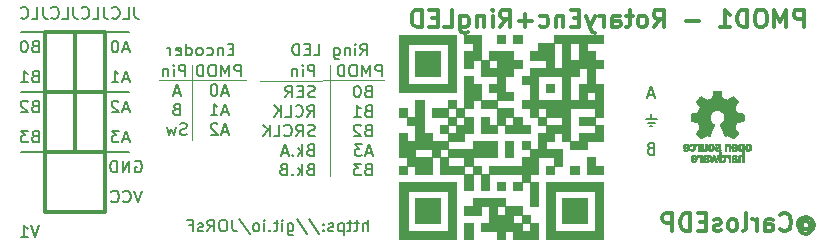
<source format=gbo>
G04 #@! TF.GenerationSoftware,KiCad,Pcbnew,(5.1.9-0-10_14)*
G04 #@! TF.CreationDate,2021-05-04T13:02:15-03:00*
G04 #@! TF.ProjectId,RingPush-PMOD,52696e67-5075-4736-982d-504d4f442e6b,rev?*
G04 #@! TF.SameCoordinates,Original*
G04 #@! TF.FileFunction,Legend,Bot*
G04 #@! TF.FilePolarity,Positive*
%FSLAX46Y46*%
G04 Gerber Fmt 4.6, Leading zero omitted, Abs format (unit mm)*
G04 Created by KiCad (PCBNEW (5.1.9-0-10_14)) date 2021-05-04 13:02:15*
%MOMM*%
%LPD*%
G01*
G04 APERTURE LIST*
%ADD10C,0.150000*%
%ADD11C,0.120000*%
%ADD12C,0.300000*%
%ADD13C,0.010000*%
%ADD14C,0.203200*%
%ADD15C,0.304800*%
%ADD16C,2.101600*%
%ADD17C,1.625600*%
G04 APERTURE END LIST*
D10*
X27859047Y-94392380D02*
X27859047Y-95106666D01*
X27906666Y-95249523D01*
X28001904Y-95344761D01*
X28144761Y-95392380D01*
X28240000Y-95392380D01*
X26906666Y-95392380D02*
X27382857Y-95392380D01*
X27382857Y-94392380D01*
X26001904Y-95297142D02*
X26049523Y-95344761D01*
X26192380Y-95392380D01*
X26287619Y-95392380D01*
X26430476Y-95344761D01*
X26525714Y-95249523D01*
X26573333Y-95154285D01*
X26620952Y-94963809D01*
X26620952Y-94820952D01*
X26573333Y-94630476D01*
X26525714Y-94535238D01*
X26430476Y-94440000D01*
X26287619Y-94392380D01*
X26192380Y-94392380D01*
X26049523Y-94440000D01*
X26001904Y-94487619D01*
X25287619Y-94392380D02*
X25287619Y-95106666D01*
X25335238Y-95249523D01*
X25430476Y-95344761D01*
X25573333Y-95392380D01*
X25668571Y-95392380D01*
X24335238Y-95392380D02*
X24811428Y-95392380D01*
X24811428Y-94392380D01*
X23430476Y-95297142D02*
X23478095Y-95344761D01*
X23620952Y-95392380D01*
X23716190Y-95392380D01*
X23859047Y-95344761D01*
X23954285Y-95249523D01*
X24001904Y-95154285D01*
X24049523Y-94963809D01*
X24049523Y-94820952D01*
X24001904Y-94630476D01*
X23954285Y-94535238D01*
X23859047Y-94440000D01*
X23716190Y-94392380D01*
X23620952Y-94392380D01*
X23478095Y-94440000D01*
X23430476Y-94487619D01*
X22716190Y-94392380D02*
X22716190Y-95106666D01*
X22763809Y-95249523D01*
X22859047Y-95344761D01*
X23001904Y-95392380D01*
X23097142Y-95392380D01*
X21763809Y-95392380D02*
X22240000Y-95392380D01*
X22240000Y-94392380D01*
X20859047Y-95297142D02*
X20906666Y-95344761D01*
X21049523Y-95392380D01*
X21144761Y-95392380D01*
X21287619Y-95344761D01*
X21382857Y-95249523D01*
X21430476Y-95154285D01*
X21478095Y-94963809D01*
X21478095Y-94820952D01*
X21430476Y-94630476D01*
X21382857Y-94535238D01*
X21287619Y-94440000D01*
X21144761Y-94392380D01*
X21049523Y-94392380D01*
X20906666Y-94440000D01*
X20859047Y-94487619D01*
X20144761Y-94392380D02*
X20144761Y-95106666D01*
X20192380Y-95249523D01*
X20287619Y-95344761D01*
X20430476Y-95392380D01*
X20525714Y-95392380D01*
X19192380Y-95392380D02*
X19668571Y-95392380D01*
X19668571Y-94392380D01*
X18287619Y-95297142D02*
X18335238Y-95344761D01*
X18478095Y-95392380D01*
X18573333Y-95392380D01*
X18716190Y-95344761D01*
X18811428Y-95249523D01*
X18859047Y-95154285D01*
X18906666Y-94963809D01*
X18906666Y-94820952D01*
X18859047Y-94630476D01*
X18811428Y-94535238D01*
X18716190Y-94440000D01*
X18573333Y-94392380D01*
X18478095Y-94392380D01*
X18335238Y-94440000D01*
X18287619Y-94487619D01*
X72116190Y-103920952D02*
X71163809Y-103920952D01*
X71925714Y-104206666D02*
X71354285Y-104206666D01*
X71640000Y-103492380D02*
X71640000Y-103920952D01*
X71544761Y-104492380D02*
X71735238Y-104492380D01*
X71878095Y-101806666D02*
X71401904Y-101806666D01*
X71973333Y-102092380D02*
X71640000Y-101092380D01*
X71306666Y-102092380D01*
X71568571Y-106368571D02*
X71425714Y-106416190D01*
X71378095Y-106463809D01*
X71330476Y-106559047D01*
X71330476Y-106701904D01*
X71378095Y-106797142D01*
X71425714Y-106844761D01*
X71520952Y-106892380D01*
X71901904Y-106892380D01*
X71901904Y-105892380D01*
X71568571Y-105892380D01*
X71473333Y-105940000D01*
X71425714Y-105987619D01*
X71378095Y-106082857D01*
X71378095Y-106178095D01*
X71425714Y-106273333D01*
X71473333Y-106320952D01*
X71568571Y-106368571D01*
X71901904Y-106368571D01*
X47635238Y-113392380D02*
X47635238Y-112392380D01*
X47206666Y-113392380D02*
X47206666Y-112868571D01*
X47254285Y-112773333D01*
X47349523Y-112725714D01*
X47492380Y-112725714D01*
X47587619Y-112773333D01*
X47635238Y-112820952D01*
X46873333Y-112725714D02*
X46492380Y-112725714D01*
X46730476Y-112392380D02*
X46730476Y-113249523D01*
X46682857Y-113344761D01*
X46587619Y-113392380D01*
X46492380Y-113392380D01*
X46301904Y-112725714D02*
X45920952Y-112725714D01*
X46159047Y-112392380D02*
X46159047Y-113249523D01*
X46111428Y-113344761D01*
X46016190Y-113392380D01*
X45920952Y-113392380D01*
X45587619Y-112725714D02*
X45587619Y-113725714D01*
X45587619Y-112773333D02*
X45492380Y-112725714D01*
X45301904Y-112725714D01*
X45206666Y-112773333D01*
X45159047Y-112820952D01*
X45111428Y-112916190D01*
X45111428Y-113201904D01*
X45159047Y-113297142D01*
X45206666Y-113344761D01*
X45301904Y-113392380D01*
X45492380Y-113392380D01*
X45587619Y-113344761D01*
X44730476Y-113344761D02*
X44635238Y-113392380D01*
X44444761Y-113392380D01*
X44349523Y-113344761D01*
X44301904Y-113249523D01*
X44301904Y-113201904D01*
X44349523Y-113106666D01*
X44444761Y-113059047D01*
X44587619Y-113059047D01*
X44682857Y-113011428D01*
X44730476Y-112916190D01*
X44730476Y-112868571D01*
X44682857Y-112773333D01*
X44587619Y-112725714D01*
X44444761Y-112725714D01*
X44349523Y-112773333D01*
X43873333Y-113297142D02*
X43825714Y-113344761D01*
X43873333Y-113392380D01*
X43920952Y-113344761D01*
X43873333Y-113297142D01*
X43873333Y-113392380D01*
X43873333Y-112773333D02*
X43825714Y-112820952D01*
X43873333Y-112868571D01*
X43920952Y-112820952D01*
X43873333Y-112773333D01*
X43873333Y-112868571D01*
X42682857Y-112344761D02*
X43540000Y-113630476D01*
X41635238Y-112344761D02*
X42492380Y-113630476D01*
X40873333Y-112725714D02*
X40873333Y-113535238D01*
X40920952Y-113630476D01*
X40968571Y-113678095D01*
X41063809Y-113725714D01*
X41206666Y-113725714D01*
X41301904Y-113678095D01*
X40873333Y-113344761D02*
X40968571Y-113392380D01*
X41159047Y-113392380D01*
X41254285Y-113344761D01*
X41301904Y-113297142D01*
X41349523Y-113201904D01*
X41349523Y-112916190D01*
X41301904Y-112820952D01*
X41254285Y-112773333D01*
X41159047Y-112725714D01*
X40968571Y-112725714D01*
X40873333Y-112773333D01*
X40397142Y-113392380D02*
X40397142Y-112725714D01*
X40397142Y-112392380D02*
X40444761Y-112440000D01*
X40397142Y-112487619D01*
X40349523Y-112440000D01*
X40397142Y-112392380D01*
X40397142Y-112487619D01*
X40063809Y-112725714D02*
X39682857Y-112725714D01*
X39920952Y-112392380D02*
X39920952Y-113249523D01*
X39873333Y-113344761D01*
X39778095Y-113392380D01*
X39682857Y-113392380D01*
X39349523Y-113297142D02*
X39301904Y-113344761D01*
X39349523Y-113392380D01*
X39397142Y-113344761D01*
X39349523Y-113297142D01*
X39349523Y-113392380D01*
X38873333Y-113392380D02*
X38873333Y-112725714D01*
X38873333Y-112392380D02*
X38920952Y-112440000D01*
X38873333Y-112487619D01*
X38825714Y-112440000D01*
X38873333Y-112392380D01*
X38873333Y-112487619D01*
X38254285Y-113392380D02*
X38349523Y-113344761D01*
X38397142Y-113297142D01*
X38444761Y-113201904D01*
X38444761Y-112916190D01*
X38397142Y-112820952D01*
X38349523Y-112773333D01*
X38254285Y-112725714D01*
X38111428Y-112725714D01*
X38016190Y-112773333D01*
X37968571Y-112820952D01*
X37920952Y-112916190D01*
X37920952Y-113201904D01*
X37968571Y-113297142D01*
X38016190Y-113344761D01*
X38111428Y-113392380D01*
X38254285Y-113392380D01*
X36778095Y-112344761D02*
X37635238Y-113630476D01*
X36159047Y-112392380D02*
X36159047Y-113106666D01*
X36206666Y-113249523D01*
X36301904Y-113344761D01*
X36444761Y-113392380D01*
X36540000Y-113392380D01*
X35492380Y-112392380D02*
X35301904Y-112392380D01*
X35206666Y-112440000D01*
X35111428Y-112535238D01*
X35063809Y-112725714D01*
X35063809Y-113059047D01*
X35111428Y-113249523D01*
X35206666Y-113344761D01*
X35301904Y-113392380D01*
X35492380Y-113392380D01*
X35587619Y-113344761D01*
X35682857Y-113249523D01*
X35730476Y-113059047D01*
X35730476Y-112725714D01*
X35682857Y-112535238D01*
X35587619Y-112440000D01*
X35492380Y-112392380D01*
X34063809Y-113392380D02*
X34397142Y-112916190D01*
X34635238Y-113392380D02*
X34635238Y-112392380D01*
X34254285Y-112392380D01*
X34159047Y-112440000D01*
X34111428Y-112487619D01*
X34063809Y-112582857D01*
X34063809Y-112725714D01*
X34111428Y-112820952D01*
X34159047Y-112868571D01*
X34254285Y-112916190D01*
X34635238Y-112916190D01*
X33682857Y-113344761D02*
X33587619Y-113392380D01*
X33397142Y-113392380D01*
X33301904Y-113344761D01*
X33254285Y-113249523D01*
X33254285Y-113201904D01*
X33301904Y-113106666D01*
X33397142Y-113059047D01*
X33540000Y-113059047D01*
X33635238Y-113011428D01*
X33682857Y-112916190D01*
X33682857Y-112868571D01*
X33635238Y-112773333D01*
X33540000Y-112725714D01*
X33397142Y-112725714D01*
X33301904Y-112773333D01*
X32492380Y-112868571D02*
X32825714Y-112868571D01*
X32825714Y-113392380D02*
X32825714Y-112392380D01*
X32349523Y-112392380D01*
X19799523Y-112892380D02*
X19466190Y-113892380D01*
X19132857Y-112892380D01*
X18275714Y-113892380D02*
X18847142Y-113892380D01*
X18561428Y-113892380D02*
X18561428Y-112892380D01*
X18656666Y-113035238D01*
X18751904Y-113130476D01*
X18847142Y-113178095D01*
D11*
X44450000Y-99314000D02*
X44450000Y-108712000D01*
X49022000Y-100584000D02*
X38481000Y-100647500D01*
D10*
X43146023Y-102006761D02*
X43003166Y-102054380D01*
X42765071Y-102054380D01*
X42669833Y-102006761D01*
X42622214Y-101959142D01*
X42574595Y-101863904D01*
X42574595Y-101768666D01*
X42622214Y-101673428D01*
X42669833Y-101625809D01*
X42765071Y-101578190D01*
X42955547Y-101530571D01*
X43050785Y-101482952D01*
X43098404Y-101435333D01*
X43146023Y-101340095D01*
X43146023Y-101244857D01*
X43098404Y-101149619D01*
X43050785Y-101102000D01*
X42955547Y-101054380D01*
X42717452Y-101054380D01*
X42574595Y-101102000D01*
X42146023Y-101530571D02*
X41812690Y-101530571D01*
X41669833Y-102054380D02*
X42146023Y-102054380D01*
X42146023Y-101054380D01*
X41669833Y-101054380D01*
X40669833Y-102054380D02*
X41003166Y-101578190D01*
X41241261Y-102054380D02*
X41241261Y-101054380D01*
X40860309Y-101054380D01*
X40765071Y-101102000D01*
X40717452Y-101149619D01*
X40669833Y-101244857D01*
X40669833Y-101387714D01*
X40717452Y-101482952D01*
X40765071Y-101530571D01*
X40860309Y-101578190D01*
X41241261Y-101578190D01*
X42526976Y-103704380D02*
X42860309Y-103228190D01*
X43098404Y-103704380D02*
X43098404Y-102704380D01*
X42717452Y-102704380D01*
X42622214Y-102752000D01*
X42574595Y-102799619D01*
X42526976Y-102894857D01*
X42526976Y-103037714D01*
X42574595Y-103132952D01*
X42622214Y-103180571D01*
X42717452Y-103228190D01*
X43098404Y-103228190D01*
X41526976Y-103609142D02*
X41574595Y-103656761D01*
X41717452Y-103704380D01*
X41812690Y-103704380D01*
X41955547Y-103656761D01*
X42050785Y-103561523D01*
X42098404Y-103466285D01*
X42146023Y-103275809D01*
X42146023Y-103132952D01*
X42098404Y-102942476D01*
X42050785Y-102847238D01*
X41955547Y-102752000D01*
X41812690Y-102704380D01*
X41717452Y-102704380D01*
X41574595Y-102752000D01*
X41526976Y-102799619D01*
X40622214Y-103704380D02*
X41098404Y-103704380D01*
X41098404Y-102704380D01*
X40288880Y-103704380D02*
X40288880Y-102704380D01*
X39717452Y-103704380D02*
X40146023Y-103132952D01*
X39717452Y-102704380D02*
X40288880Y-103275809D01*
X43146023Y-105306761D02*
X43003166Y-105354380D01*
X42765071Y-105354380D01*
X42669833Y-105306761D01*
X42622214Y-105259142D01*
X42574595Y-105163904D01*
X42574595Y-105068666D01*
X42622214Y-104973428D01*
X42669833Y-104925809D01*
X42765071Y-104878190D01*
X42955547Y-104830571D01*
X43050785Y-104782952D01*
X43098404Y-104735333D01*
X43146023Y-104640095D01*
X43146023Y-104544857D01*
X43098404Y-104449619D01*
X43050785Y-104402000D01*
X42955547Y-104354380D01*
X42717452Y-104354380D01*
X42574595Y-104402000D01*
X41574595Y-105354380D02*
X41907928Y-104878190D01*
X42146023Y-105354380D02*
X42146023Y-104354380D01*
X41765071Y-104354380D01*
X41669833Y-104402000D01*
X41622214Y-104449619D01*
X41574595Y-104544857D01*
X41574595Y-104687714D01*
X41622214Y-104782952D01*
X41669833Y-104830571D01*
X41765071Y-104878190D01*
X42146023Y-104878190D01*
X40574595Y-105259142D02*
X40622214Y-105306761D01*
X40765071Y-105354380D01*
X40860309Y-105354380D01*
X41003166Y-105306761D01*
X41098404Y-105211523D01*
X41146023Y-105116285D01*
X41193642Y-104925809D01*
X41193642Y-104782952D01*
X41146023Y-104592476D01*
X41098404Y-104497238D01*
X41003166Y-104402000D01*
X40860309Y-104354380D01*
X40765071Y-104354380D01*
X40622214Y-104402000D01*
X40574595Y-104449619D01*
X39669833Y-105354380D02*
X40146023Y-105354380D01*
X40146023Y-104354380D01*
X39336500Y-105354380D02*
X39336500Y-104354380D01*
X38765071Y-105354380D02*
X39193642Y-104782952D01*
X38765071Y-104354380D02*
X39336500Y-104925809D01*
X42765071Y-106480571D02*
X42622214Y-106528190D01*
X42574595Y-106575809D01*
X42526976Y-106671047D01*
X42526976Y-106813904D01*
X42574595Y-106909142D01*
X42622214Y-106956761D01*
X42717452Y-107004380D01*
X43098404Y-107004380D01*
X43098404Y-106004380D01*
X42765071Y-106004380D01*
X42669833Y-106052000D01*
X42622214Y-106099619D01*
X42574595Y-106194857D01*
X42574595Y-106290095D01*
X42622214Y-106385333D01*
X42669833Y-106432952D01*
X42765071Y-106480571D01*
X43098404Y-106480571D01*
X42098404Y-107004380D02*
X42098404Y-106004380D01*
X42003166Y-106623428D02*
X41717452Y-107004380D01*
X41717452Y-106337714D02*
X42098404Y-106718666D01*
X41288880Y-106909142D02*
X41241261Y-106956761D01*
X41288880Y-107004380D01*
X41336500Y-106956761D01*
X41288880Y-106909142D01*
X41288880Y-107004380D01*
X40860309Y-106718666D02*
X40384119Y-106718666D01*
X40955547Y-107004380D02*
X40622214Y-106004380D01*
X40288880Y-107004380D01*
X42765071Y-108130571D02*
X42622214Y-108178190D01*
X42574595Y-108225809D01*
X42526976Y-108321047D01*
X42526976Y-108463904D01*
X42574595Y-108559142D01*
X42622214Y-108606761D01*
X42717452Y-108654380D01*
X43098404Y-108654380D01*
X43098404Y-107654380D01*
X42765071Y-107654380D01*
X42669833Y-107702000D01*
X42622214Y-107749619D01*
X42574595Y-107844857D01*
X42574595Y-107940095D01*
X42622214Y-108035333D01*
X42669833Y-108082952D01*
X42765071Y-108130571D01*
X43098404Y-108130571D01*
X42098404Y-108654380D02*
X42098404Y-107654380D01*
X42003166Y-108273428D02*
X41717452Y-108654380D01*
X41717452Y-107987714D02*
X42098404Y-108368666D01*
X41288880Y-108559142D02*
X41241261Y-108606761D01*
X41288880Y-108654380D01*
X41336500Y-108606761D01*
X41288880Y-108559142D01*
X41288880Y-108654380D01*
X40479357Y-108130571D02*
X40336500Y-108178190D01*
X40288880Y-108225809D01*
X40241261Y-108321047D01*
X40241261Y-108463904D01*
X40288880Y-108559142D01*
X40336500Y-108606761D01*
X40431738Y-108654380D01*
X40812690Y-108654380D01*
X40812690Y-107654380D01*
X40479357Y-107654380D01*
X40384119Y-107702000D01*
X40336500Y-107749619D01*
X40288880Y-107844857D01*
X40288880Y-107940095D01*
X40336500Y-108035333D01*
X40384119Y-108082952D01*
X40479357Y-108130571D01*
X40812690Y-108130571D01*
X47021428Y-98496380D02*
X47354761Y-98020190D01*
X47592857Y-98496380D02*
X47592857Y-97496380D01*
X47211904Y-97496380D01*
X47116666Y-97544000D01*
X47069047Y-97591619D01*
X47021428Y-97686857D01*
X47021428Y-97829714D01*
X47069047Y-97924952D01*
X47116666Y-97972571D01*
X47211904Y-98020190D01*
X47592857Y-98020190D01*
X46592857Y-98496380D02*
X46592857Y-97829714D01*
X46592857Y-97496380D02*
X46640476Y-97544000D01*
X46592857Y-97591619D01*
X46545238Y-97544000D01*
X46592857Y-97496380D01*
X46592857Y-97591619D01*
X46116666Y-97829714D02*
X46116666Y-98496380D01*
X46116666Y-97924952D02*
X46069047Y-97877333D01*
X45973809Y-97829714D01*
X45830952Y-97829714D01*
X45735714Y-97877333D01*
X45688095Y-97972571D01*
X45688095Y-98496380D01*
X44783333Y-97829714D02*
X44783333Y-98639238D01*
X44830952Y-98734476D01*
X44878571Y-98782095D01*
X44973809Y-98829714D01*
X45116666Y-98829714D01*
X45211904Y-98782095D01*
X44783333Y-98448761D02*
X44878571Y-98496380D01*
X45069047Y-98496380D01*
X45164285Y-98448761D01*
X45211904Y-98401142D01*
X45259523Y-98305904D01*
X45259523Y-98020190D01*
X45211904Y-97924952D01*
X45164285Y-97877333D01*
X45069047Y-97829714D01*
X44878571Y-97829714D01*
X44783333Y-97877333D01*
X43069047Y-98496380D02*
X43545238Y-98496380D01*
X43545238Y-97496380D01*
X42735714Y-97972571D02*
X42402380Y-97972571D01*
X42259523Y-98496380D02*
X42735714Y-98496380D01*
X42735714Y-97496380D01*
X42259523Y-97496380D01*
X41830952Y-98496380D02*
X41830952Y-97496380D01*
X41592857Y-97496380D01*
X41450000Y-97544000D01*
X41354761Y-97639238D01*
X41307142Y-97734476D01*
X41259523Y-97924952D01*
X41259523Y-98067809D01*
X41307142Y-98258285D01*
X41354761Y-98353523D01*
X41450000Y-98448761D01*
X41592857Y-98496380D01*
X41830952Y-98496380D01*
X43116380Y-100274380D02*
X43116380Y-99274380D01*
X42735428Y-99274380D01*
X42640190Y-99322000D01*
X42592571Y-99369619D01*
X42544952Y-99464857D01*
X42544952Y-99607714D01*
X42592571Y-99702952D01*
X42640190Y-99750571D01*
X42735428Y-99798190D01*
X43116380Y-99798190D01*
X42116380Y-100274380D02*
X42116380Y-99607714D01*
X42116380Y-99274380D02*
X42163999Y-99322000D01*
X42116380Y-99369619D01*
X42068761Y-99322000D01*
X42116380Y-99274380D01*
X42116380Y-99369619D01*
X41640190Y-99607714D02*
X41640190Y-100274380D01*
X41640190Y-99702952D02*
X41592571Y-99655333D01*
X41497333Y-99607714D01*
X41354476Y-99607714D01*
X41259238Y-99655333D01*
X41211619Y-99750571D01*
X41211619Y-100274380D01*
X48847142Y-100274380D02*
X48847142Y-99274380D01*
X48466190Y-99274380D01*
X48370952Y-99322000D01*
X48323333Y-99369619D01*
X48275714Y-99464857D01*
X48275714Y-99607714D01*
X48323333Y-99702952D01*
X48370952Y-99750571D01*
X48466190Y-99798190D01*
X48847142Y-99798190D01*
X47847142Y-100274380D02*
X47847142Y-99274380D01*
X47513809Y-99988666D01*
X47180476Y-99274380D01*
X47180476Y-100274380D01*
X46513809Y-99274380D02*
X46323333Y-99274380D01*
X46228095Y-99322000D01*
X46132857Y-99417238D01*
X46085238Y-99607714D01*
X46085238Y-99941047D01*
X46132857Y-100131523D01*
X46228095Y-100226761D01*
X46323333Y-100274380D01*
X46513809Y-100274380D01*
X46609047Y-100226761D01*
X46704285Y-100131523D01*
X46751904Y-99941047D01*
X46751904Y-99607714D01*
X46704285Y-99417238D01*
X46609047Y-99322000D01*
X46513809Y-99274380D01*
X45656666Y-100274380D02*
X45656666Y-99274380D01*
X45418571Y-99274380D01*
X45275714Y-99322000D01*
X45180476Y-99417238D01*
X45132857Y-99512476D01*
X45085238Y-99702952D01*
X45085238Y-99845809D01*
X45132857Y-100036285D01*
X45180476Y-100131523D01*
X45275714Y-100226761D01*
X45418571Y-100274380D01*
X45656666Y-100274380D01*
X47648761Y-101530571D02*
X47505904Y-101578190D01*
X47458285Y-101625809D01*
X47410666Y-101721047D01*
X47410666Y-101863904D01*
X47458285Y-101959142D01*
X47505904Y-102006761D01*
X47601142Y-102054380D01*
X47982095Y-102054380D01*
X47982095Y-101054380D01*
X47648761Y-101054380D01*
X47553523Y-101102000D01*
X47505904Y-101149619D01*
X47458285Y-101244857D01*
X47458285Y-101340095D01*
X47505904Y-101435333D01*
X47553523Y-101482952D01*
X47648761Y-101530571D01*
X47982095Y-101530571D01*
X46791619Y-101054380D02*
X46696380Y-101054380D01*
X46601142Y-101102000D01*
X46553523Y-101149619D01*
X46505904Y-101244857D01*
X46458285Y-101435333D01*
X46458285Y-101673428D01*
X46505904Y-101863904D01*
X46553523Y-101959142D01*
X46601142Y-102006761D01*
X46696380Y-102054380D01*
X46791619Y-102054380D01*
X46886857Y-102006761D01*
X46934476Y-101959142D01*
X46982095Y-101863904D01*
X47029714Y-101673428D01*
X47029714Y-101435333D01*
X46982095Y-101244857D01*
X46934476Y-101149619D01*
X46886857Y-101102000D01*
X46791619Y-101054380D01*
X47648761Y-103180571D02*
X47505904Y-103228190D01*
X47458285Y-103275809D01*
X47410666Y-103371047D01*
X47410666Y-103513904D01*
X47458285Y-103609142D01*
X47505904Y-103656761D01*
X47601142Y-103704380D01*
X47982095Y-103704380D01*
X47982095Y-102704380D01*
X47648761Y-102704380D01*
X47553523Y-102752000D01*
X47505904Y-102799619D01*
X47458285Y-102894857D01*
X47458285Y-102990095D01*
X47505904Y-103085333D01*
X47553523Y-103132952D01*
X47648761Y-103180571D01*
X47982095Y-103180571D01*
X46458285Y-103704380D02*
X47029714Y-103704380D01*
X46744000Y-103704380D02*
X46744000Y-102704380D01*
X46839238Y-102847238D01*
X46934476Y-102942476D01*
X47029714Y-102990095D01*
X47648761Y-104830571D02*
X47505904Y-104878190D01*
X47458285Y-104925809D01*
X47410666Y-105021047D01*
X47410666Y-105163904D01*
X47458285Y-105259142D01*
X47505904Y-105306761D01*
X47601142Y-105354380D01*
X47982095Y-105354380D01*
X47982095Y-104354380D01*
X47648761Y-104354380D01*
X47553523Y-104402000D01*
X47505904Y-104449619D01*
X47458285Y-104544857D01*
X47458285Y-104640095D01*
X47505904Y-104735333D01*
X47553523Y-104782952D01*
X47648761Y-104830571D01*
X47982095Y-104830571D01*
X47029714Y-104449619D02*
X46982095Y-104402000D01*
X46886857Y-104354380D01*
X46648761Y-104354380D01*
X46553523Y-104402000D01*
X46505904Y-104449619D01*
X46458285Y-104544857D01*
X46458285Y-104640095D01*
X46505904Y-104782952D01*
X47077333Y-105354380D01*
X46458285Y-105354380D01*
X47958285Y-106718666D02*
X47482095Y-106718666D01*
X48053523Y-107004380D02*
X47720190Y-106004380D01*
X47386857Y-107004380D01*
X47148761Y-106004380D02*
X46529714Y-106004380D01*
X46863047Y-106385333D01*
X46720190Y-106385333D01*
X46624952Y-106432952D01*
X46577333Y-106480571D01*
X46529714Y-106575809D01*
X46529714Y-106813904D01*
X46577333Y-106909142D01*
X46624952Y-106956761D01*
X46720190Y-107004380D01*
X47005904Y-107004380D01*
X47101142Y-106956761D01*
X47148761Y-106909142D01*
X47648761Y-108130571D02*
X47505904Y-108178190D01*
X47458285Y-108225809D01*
X47410666Y-108321047D01*
X47410666Y-108463904D01*
X47458285Y-108559142D01*
X47505904Y-108606761D01*
X47601142Y-108654380D01*
X47982095Y-108654380D01*
X47982095Y-107654380D01*
X47648761Y-107654380D01*
X47553523Y-107702000D01*
X47505904Y-107749619D01*
X47458285Y-107844857D01*
X47458285Y-107940095D01*
X47505904Y-108035333D01*
X47553523Y-108082952D01*
X47648761Y-108130571D01*
X47982095Y-108130571D01*
X47077333Y-107654380D02*
X46458285Y-107654380D01*
X46791619Y-108035333D01*
X46648761Y-108035333D01*
X46553523Y-108082952D01*
X46505904Y-108130571D01*
X46458285Y-108225809D01*
X46458285Y-108463904D01*
X46505904Y-108559142D01*
X46553523Y-108606761D01*
X46648761Y-108654380D01*
X46934476Y-108654380D01*
X47029714Y-108606761D01*
X47077333Y-108559142D01*
X36266095Y-97972571D02*
X35932761Y-97972571D01*
X35789904Y-98496380D02*
X36266095Y-98496380D01*
X36266095Y-97496380D01*
X35789904Y-97496380D01*
X35361333Y-97829714D02*
X35361333Y-98496380D01*
X35361333Y-97924952D02*
X35313714Y-97877333D01*
X35218476Y-97829714D01*
X35075619Y-97829714D01*
X34980380Y-97877333D01*
X34932761Y-97972571D01*
X34932761Y-98496380D01*
X34028000Y-98448761D02*
X34123238Y-98496380D01*
X34313714Y-98496380D01*
X34408952Y-98448761D01*
X34456571Y-98401142D01*
X34504190Y-98305904D01*
X34504190Y-98020190D01*
X34456571Y-97924952D01*
X34408952Y-97877333D01*
X34313714Y-97829714D01*
X34123238Y-97829714D01*
X34028000Y-97877333D01*
X33456571Y-98496380D02*
X33551809Y-98448761D01*
X33599428Y-98401142D01*
X33647047Y-98305904D01*
X33647047Y-98020190D01*
X33599428Y-97924952D01*
X33551809Y-97877333D01*
X33456571Y-97829714D01*
X33313714Y-97829714D01*
X33218476Y-97877333D01*
X33170857Y-97924952D01*
X33123238Y-98020190D01*
X33123238Y-98305904D01*
X33170857Y-98401142D01*
X33218476Y-98448761D01*
X33313714Y-98496380D01*
X33456571Y-98496380D01*
X32266095Y-98496380D02*
X32266095Y-97496380D01*
X32266095Y-98448761D02*
X32361333Y-98496380D01*
X32551809Y-98496380D01*
X32647047Y-98448761D01*
X32694666Y-98401142D01*
X32742285Y-98305904D01*
X32742285Y-98020190D01*
X32694666Y-97924952D01*
X32647047Y-97877333D01*
X32551809Y-97829714D01*
X32361333Y-97829714D01*
X32266095Y-97877333D01*
X31408952Y-98448761D02*
X31504190Y-98496380D01*
X31694666Y-98496380D01*
X31789904Y-98448761D01*
X31837523Y-98353523D01*
X31837523Y-97972571D01*
X31789904Y-97877333D01*
X31694666Y-97829714D01*
X31504190Y-97829714D01*
X31408952Y-97877333D01*
X31361333Y-97972571D01*
X31361333Y-98067809D01*
X31837523Y-98163047D01*
X30932761Y-98496380D02*
X30932761Y-97829714D01*
X30932761Y-98020190D02*
X30885142Y-97924952D01*
X30837523Y-97877333D01*
X30742285Y-97829714D01*
X30647047Y-97829714D01*
X31734095Y-101640666D02*
X31257904Y-101640666D01*
X31829333Y-101926380D02*
X31496000Y-100926380D01*
X31162666Y-101926380D01*
X31424571Y-103052571D02*
X31281714Y-103100190D01*
X31234095Y-103147809D01*
X31186476Y-103243047D01*
X31186476Y-103385904D01*
X31234095Y-103481142D01*
X31281714Y-103528761D01*
X31376952Y-103576380D01*
X31757904Y-103576380D01*
X31757904Y-102576380D01*
X31424571Y-102576380D01*
X31329333Y-102624000D01*
X31281714Y-102671619D01*
X31234095Y-102766857D01*
X31234095Y-102862095D01*
X31281714Y-102957333D01*
X31329333Y-103004952D01*
X31424571Y-103052571D01*
X31757904Y-103052571D01*
X32305523Y-105178761D02*
X32162666Y-105226380D01*
X31924571Y-105226380D01*
X31829333Y-105178761D01*
X31781714Y-105131142D01*
X31734095Y-105035904D01*
X31734095Y-104940666D01*
X31781714Y-104845428D01*
X31829333Y-104797809D01*
X31924571Y-104750190D01*
X32115047Y-104702571D01*
X32210285Y-104654952D01*
X32257904Y-104607333D01*
X32305523Y-104512095D01*
X32305523Y-104416857D01*
X32257904Y-104321619D01*
X32210285Y-104274000D01*
X32115047Y-104226380D01*
X31876952Y-104226380D01*
X31734095Y-104274000D01*
X31400761Y-104559714D02*
X31210285Y-105226380D01*
X31019809Y-104750190D01*
X30829333Y-105226380D01*
X30638857Y-104559714D01*
X36909142Y-100274380D02*
X36909142Y-99274380D01*
X36528190Y-99274380D01*
X36432952Y-99322000D01*
X36385333Y-99369619D01*
X36337714Y-99464857D01*
X36337714Y-99607714D01*
X36385333Y-99702952D01*
X36432952Y-99750571D01*
X36528190Y-99798190D01*
X36909142Y-99798190D01*
X35909142Y-100274380D02*
X35909142Y-99274380D01*
X35575809Y-99988666D01*
X35242476Y-99274380D01*
X35242476Y-100274380D01*
X34575809Y-99274380D02*
X34385333Y-99274380D01*
X34290095Y-99322000D01*
X34194857Y-99417238D01*
X34147238Y-99607714D01*
X34147238Y-99941047D01*
X34194857Y-100131523D01*
X34290095Y-100226761D01*
X34385333Y-100274380D01*
X34575809Y-100274380D01*
X34671047Y-100226761D01*
X34766285Y-100131523D01*
X34813904Y-99941047D01*
X34813904Y-99607714D01*
X34766285Y-99417238D01*
X34671047Y-99322000D01*
X34575809Y-99274380D01*
X33718666Y-100274380D02*
X33718666Y-99274380D01*
X33480571Y-99274380D01*
X33337714Y-99322000D01*
X33242476Y-99417238D01*
X33194857Y-99512476D01*
X33147238Y-99702952D01*
X33147238Y-99845809D01*
X33194857Y-100036285D01*
X33242476Y-100131523D01*
X33337714Y-100226761D01*
X33480571Y-100274380D01*
X33718666Y-100274380D01*
X32194380Y-100274380D02*
X32194380Y-99274380D01*
X31813428Y-99274380D01*
X31718190Y-99322000D01*
X31670571Y-99369619D01*
X31622952Y-99464857D01*
X31622952Y-99607714D01*
X31670571Y-99702952D01*
X31718190Y-99750571D01*
X31813428Y-99798190D01*
X32194380Y-99798190D01*
X31194380Y-100274380D02*
X31194380Y-99607714D01*
X31194380Y-99274380D02*
X31242000Y-99322000D01*
X31194380Y-99369619D01*
X31146761Y-99322000D01*
X31194380Y-99274380D01*
X31194380Y-99369619D01*
X30718190Y-99607714D02*
X30718190Y-100274380D01*
X30718190Y-99702952D02*
X30670571Y-99655333D01*
X30575333Y-99607714D01*
X30432476Y-99607714D01*
X30337238Y-99655333D01*
X30289619Y-99750571D01*
X30289619Y-100274380D01*
D11*
X37338000Y-100584000D02*
X29972000Y-100584000D01*
X32766000Y-99314000D02*
X32766000Y-105664000D01*
D10*
X35766285Y-101640666D02*
X35290095Y-101640666D01*
X35861523Y-101926380D02*
X35528190Y-100926380D01*
X35194857Y-101926380D01*
X34671047Y-100926380D02*
X34575809Y-100926380D01*
X34480571Y-100974000D01*
X34432952Y-101021619D01*
X34385333Y-101116857D01*
X34337714Y-101307333D01*
X34337714Y-101545428D01*
X34385333Y-101735904D01*
X34432952Y-101831142D01*
X34480571Y-101878761D01*
X34575809Y-101926380D01*
X34671047Y-101926380D01*
X34766285Y-101878761D01*
X34813904Y-101831142D01*
X34861523Y-101735904D01*
X34909142Y-101545428D01*
X34909142Y-101307333D01*
X34861523Y-101116857D01*
X34813904Y-101021619D01*
X34766285Y-100974000D01*
X34671047Y-100926380D01*
X35766285Y-103290666D02*
X35290095Y-103290666D01*
X35861523Y-103576380D02*
X35528190Y-102576380D01*
X35194857Y-103576380D01*
X34337714Y-103576380D02*
X34909142Y-103576380D01*
X34623428Y-103576380D02*
X34623428Y-102576380D01*
X34718666Y-102719238D01*
X34813904Y-102814476D01*
X34909142Y-102862095D01*
X35766285Y-104940666D02*
X35290095Y-104940666D01*
X35861523Y-105226380D02*
X35528190Y-104226380D01*
X35194857Y-105226380D01*
X34909142Y-104321619D02*
X34861523Y-104274000D01*
X34766285Y-104226380D01*
X34528190Y-104226380D01*
X34432952Y-104274000D01*
X34385333Y-104321619D01*
X34337714Y-104416857D01*
X34337714Y-104512095D01*
X34385333Y-104654952D01*
X34956761Y-105226380D01*
X34337714Y-105226380D01*
D12*
X84561428Y-96118571D02*
X84561428Y-94618571D01*
X83990000Y-94618571D01*
X83847142Y-94690000D01*
X83775714Y-94761428D01*
X83704285Y-94904285D01*
X83704285Y-95118571D01*
X83775714Y-95261428D01*
X83847142Y-95332857D01*
X83990000Y-95404285D01*
X84561428Y-95404285D01*
X83061428Y-96118571D02*
X83061428Y-94618571D01*
X82561428Y-95690000D01*
X82061428Y-94618571D01*
X82061428Y-96118571D01*
X81061428Y-94618571D02*
X80775714Y-94618571D01*
X80632857Y-94690000D01*
X80490000Y-94832857D01*
X80418571Y-95118571D01*
X80418571Y-95618571D01*
X80490000Y-95904285D01*
X80632857Y-96047142D01*
X80775714Y-96118571D01*
X81061428Y-96118571D01*
X81204285Y-96047142D01*
X81347142Y-95904285D01*
X81418571Y-95618571D01*
X81418571Y-95118571D01*
X81347142Y-94832857D01*
X81204285Y-94690000D01*
X81061428Y-94618571D01*
X79775714Y-96118571D02*
X79775714Y-94618571D01*
X79418571Y-94618571D01*
X79204285Y-94690000D01*
X79061428Y-94832857D01*
X78990000Y-94975714D01*
X78918571Y-95261428D01*
X78918571Y-95475714D01*
X78990000Y-95761428D01*
X79061428Y-95904285D01*
X79204285Y-96047142D01*
X79418571Y-96118571D01*
X79775714Y-96118571D01*
X77490000Y-96118571D02*
X78347142Y-96118571D01*
X77918571Y-96118571D02*
X77918571Y-94618571D01*
X78061428Y-94832857D01*
X78204285Y-94975714D01*
X78347142Y-95047142D01*
X75704285Y-95547142D02*
X74561428Y-95547142D01*
X71847142Y-96118571D02*
X72347142Y-95404285D01*
X72704285Y-96118571D02*
X72704285Y-94618571D01*
X72132857Y-94618571D01*
X71990000Y-94690000D01*
X71918571Y-94761428D01*
X71847142Y-94904285D01*
X71847142Y-95118571D01*
X71918571Y-95261428D01*
X71990000Y-95332857D01*
X72132857Y-95404285D01*
X72704285Y-95404285D01*
X70990000Y-96118571D02*
X71132857Y-96047142D01*
X71204285Y-95975714D01*
X71275714Y-95832857D01*
X71275714Y-95404285D01*
X71204285Y-95261428D01*
X71132857Y-95190000D01*
X70990000Y-95118571D01*
X70775714Y-95118571D01*
X70632857Y-95190000D01*
X70561428Y-95261428D01*
X70490000Y-95404285D01*
X70490000Y-95832857D01*
X70561428Y-95975714D01*
X70632857Y-96047142D01*
X70775714Y-96118571D01*
X70990000Y-96118571D01*
X70061428Y-95118571D02*
X69490000Y-95118571D01*
X69847142Y-94618571D02*
X69847142Y-95904285D01*
X69775714Y-96047142D01*
X69632857Y-96118571D01*
X69490000Y-96118571D01*
X68347142Y-96118571D02*
X68347142Y-95332857D01*
X68418571Y-95190000D01*
X68561428Y-95118571D01*
X68847142Y-95118571D01*
X68990000Y-95190000D01*
X68347142Y-96047142D02*
X68490000Y-96118571D01*
X68847142Y-96118571D01*
X68990000Y-96047142D01*
X69061428Y-95904285D01*
X69061428Y-95761428D01*
X68990000Y-95618571D01*
X68847142Y-95547142D01*
X68490000Y-95547142D01*
X68347142Y-95475714D01*
X67632857Y-96118571D02*
X67632857Y-95118571D01*
X67632857Y-95404285D02*
X67561428Y-95261428D01*
X67490000Y-95190000D01*
X67347142Y-95118571D01*
X67204285Y-95118571D01*
X66847142Y-95118571D02*
X66490000Y-96118571D01*
X66132857Y-95118571D02*
X66490000Y-96118571D01*
X66632857Y-96475714D01*
X66704285Y-96547142D01*
X66847142Y-96618571D01*
X65561428Y-95332857D02*
X65061428Y-95332857D01*
X64847142Y-96118571D02*
X65561428Y-96118571D01*
X65561428Y-94618571D01*
X64847142Y-94618571D01*
X64204285Y-95118571D02*
X64204285Y-96118571D01*
X64204285Y-95261428D02*
X64132857Y-95190000D01*
X63990000Y-95118571D01*
X63775714Y-95118571D01*
X63632857Y-95190000D01*
X63561428Y-95332857D01*
X63561428Y-96118571D01*
X62204285Y-96047142D02*
X62347142Y-96118571D01*
X62632857Y-96118571D01*
X62775714Y-96047142D01*
X62847142Y-95975714D01*
X62918571Y-95832857D01*
X62918571Y-95404285D01*
X62847142Y-95261428D01*
X62775714Y-95190000D01*
X62632857Y-95118571D01*
X62347142Y-95118571D01*
X62204285Y-95190000D01*
X61561428Y-95547142D02*
X60418571Y-95547142D01*
X60990000Y-96118571D02*
X60990000Y-94975714D01*
X58847142Y-96118571D02*
X59347142Y-95404285D01*
X59704285Y-96118571D02*
X59704285Y-94618571D01*
X59132857Y-94618571D01*
X58990000Y-94690000D01*
X58918571Y-94761428D01*
X58847142Y-94904285D01*
X58847142Y-95118571D01*
X58918571Y-95261428D01*
X58990000Y-95332857D01*
X59132857Y-95404285D01*
X59704285Y-95404285D01*
X58204285Y-96118571D02*
X58204285Y-95118571D01*
X58204285Y-94618571D02*
X58275714Y-94690000D01*
X58204285Y-94761428D01*
X58132857Y-94690000D01*
X58204285Y-94618571D01*
X58204285Y-94761428D01*
X57490000Y-95118571D02*
X57490000Y-96118571D01*
X57490000Y-95261428D02*
X57418571Y-95190000D01*
X57275714Y-95118571D01*
X57061428Y-95118571D01*
X56918571Y-95190000D01*
X56847142Y-95332857D01*
X56847142Y-96118571D01*
X55490000Y-95118571D02*
X55490000Y-96332857D01*
X55561428Y-96475714D01*
X55632857Y-96547142D01*
X55775714Y-96618571D01*
X55990000Y-96618571D01*
X56132857Y-96547142D01*
X55490000Y-96047142D02*
X55632857Y-96118571D01*
X55918571Y-96118571D01*
X56061428Y-96047142D01*
X56132857Y-95975714D01*
X56204285Y-95832857D01*
X56204285Y-95404285D01*
X56132857Y-95261428D01*
X56061428Y-95190000D01*
X55918571Y-95118571D01*
X55632857Y-95118571D01*
X55490000Y-95190000D01*
X54061428Y-96118571D02*
X54775714Y-96118571D01*
X54775714Y-94618571D01*
X53561428Y-95332857D02*
X53061428Y-95332857D01*
X52847142Y-96118571D02*
X53561428Y-96118571D01*
X53561428Y-94618571D01*
X52847142Y-94618571D01*
X52204285Y-96118571D02*
X52204285Y-94618571D01*
X51847142Y-94618571D01*
X51632857Y-94690000D01*
X51490000Y-94832857D01*
X51418571Y-94975714D01*
X51347142Y-95261428D01*
X51347142Y-95475714D01*
X51418571Y-95761428D01*
X51490000Y-95904285D01*
X51632857Y-96047142D01*
X51847142Y-96118571D01*
X52204285Y-96118571D01*
X84418571Y-112654285D02*
X84490000Y-112582857D01*
X84632857Y-112511428D01*
X84775714Y-112511428D01*
X84918571Y-112582857D01*
X84990000Y-112654285D01*
X85061428Y-112797142D01*
X85061428Y-112940000D01*
X84990000Y-113082857D01*
X84918571Y-113154285D01*
X84775714Y-113225714D01*
X84632857Y-113225714D01*
X84490000Y-113154285D01*
X84418571Y-113082857D01*
X84418571Y-112511428D02*
X84418571Y-113082857D01*
X84347142Y-113154285D01*
X84275714Y-113154285D01*
X84132857Y-113082857D01*
X84061428Y-112940000D01*
X84061428Y-112582857D01*
X84204285Y-112368571D01*
X84418571Y-112225714D01*
X84704285Y-112154285D01*
X84990000Y-112225714D01*
X85204285Y-112368571D01*
X85347142Y-112582857D01*
X85418571Y-112868571D01*
X85347142Y-113154285D01*
X85204285Y-113368571D01*
X84990000Y-113511428D01*
X84704285Y-113582857D01*
X84418571Y-113511428D01*
X84204285Y-113368571D01*
X82561428Y-113225714D02*
X82632857Y-113297142D01*
X82847142Y-113368571D01*
X82990000Y-113368571D01*
X83204285Y-113297142D01*
X83347142Y-113154285D01*
X83418571Y-113011428D01*
X83490000Y-112725714D01*
X83490000Y-112511428D01*
X83418571Y-112225714D01*
X83347142Y-112082857D01*
X83204285Y-111940000D01*
X82990000Y-111868571D01*
X82847142Y-111868571D01*
X82632857Y-111940000D01*
X82561428Y-112011428D01*
X81275714Y-113368571D02*
X81275714Y-112582857D01*
X81347142Y-112440000D01*
X81490000Y-112368571D01*
X81775714Y-112368571D01*
X81918571Y-112440000D01*
X81275714Y-113297142D02*
X81418571Y-113368571D01*
X81775714Y-113368571D01*
X81918571Y-113297142D01*
X81990000Y-113154285D01*
X81990000Y-113011428D01*
X81918571Y-112868571D01*
X81775714Y-112797142D01*
X81418571Y-112797142D01*
X81275714Y-112725714D01*
X80561428Y-113368571D02*
X80561428Y-112368571D01*
X80561428Y-112654285D02*
X80490000Y-112511428D01*
X80418571Y-112440000D01*
X80275714Y-112368571D01*
X80132857Y-112368571D01*
X79418571Y-113368571D02*
X79561428Y-113297142D01*
X79632857Y-113154285D01*
X79632857Y-111868571D01*
X78632857Y-113368571D02*
X78775714Y-113297142D01*
X78847142Y-113225714D01*
X78918571Y-113082857D01*
X78918571Y-112654285D01*
X78847142Y-112511428D01*
X78775714Y-112440000D01*
X78632857Y-112368571D01*
X78418571Y-112368571D01*
X78275714Y-112440000D01*
X78204285Y-112511428D01*
X78132857Y-112654285D01*
X78132857Y-113082857D01*
X78204285Y-113225714D01*
X78275714Y-113297142D01*
X78418571Y-113368571D01*
X78632857Y-113368571D01*
X77561428Y-113297142D02*
X77418571Y-113368571D01*
X77132857Y-113368571D01*
X76990000Y-113297142D01*
X76918571Y-113154285D01*
X76918571Y-113082857D01*
X76990000Y-112940000D01*
X77132857Y-112868571D01*
X77347142Y-112868571D01*
X77490000Y-112797142D01*
X77561428Y-112654285D01*
X77561428Y-112582857D01*
X77490000Y-112440000D01*
X77347142Y-112368571D01*
X77132857Y-112368571D01*
X76990000Y-112440000D01*
X76275714Y-112582857D02*
X75775714Y-112582857D01*
X75561428Y-113368571D02*
X76275714Y-113368571D01*
X76275714Y-111868571D01*
X75561428Y-111868571D01*
X74918571Y-113368571D02*
X74918571Y-111868571D01*
X74561428Y-111868571D01*
X74347142Y-111940000D01*
X74204285Y-112082857D01*
X74132857Y-112225714D01*
X74061428Y-112511428D01*
X74061428Y-112725714D01*
X74132857Y-113011428D01*
X74204285Y-113154285D01*
X74347142Y-113297142D01*
X74561428Y-113368571D01*
X74918571Y-113368571D01*
X73418571Y-113368571D02*
X73418571Y-111868571D01*
X72847142Y-111868571D01*
X72704285Y-111940000D01*
X72632857Y-112011428D01*
X72561428Y-112154285D01*
X72561428Y-112368571D01*
X72632857Y-112511428D01*
X72704285Y-112582857D01*
X72847142Y-112654285D01*
X73418571Y-112654285D01*
D13*
G36*
X55126640Y-96770544D02*
G01*
X50288544Y-96770544D01*
X50288544Y-100882925D01*
X51014259Y-100882925D01*
X51014259Y-97496258D01*
X54400925Y-97496258D01*
X54400925Y-100882925D01*
X51014259Y-100882925D01*
X50288544Y-100882925D01*
X50288544Y-101608639D01*
X55126640Y-101608639D01*
X55126640Y-96770544D01*
G37*
X55126640Y-96770544D02*
X50288544Y-96770544D01*
X50288544Y-100882925D01*
X51014259Y-100882925D01*
X51014259Y-97496258D01*
X54400925Y-97496258D01*
X54400925Y-100882925D01*
X51014259Y-100882925D01*
X50288544Y-100882925D01*
X50288544Y-101608639D01*
X55126640Y-101608639D01*
X55126640Y-96770544D01*
G36*
X61347048Y-107137891D02*
G01*
X60655891Y-107137891D01*
X60655891Y-107829047D01*
X57891266Y-107829047D01*
X57891266Y-108520204D01*
X60655891Y-108520204D01*
X60655891Y-109211360D01*
X61347048Y-109211360D01*
X61347048Y-108520204D01*
X62038204Y-108520204D01*
X62038204Y-107137891D01*
X63420517Y-107137891D01*
X63420517Y-107829047D01*
X64111674Y-107829047D01*
X64111674Y-106446734D01*
X62729361Y-106446734D01*
X62729361Y-105755578D01*
X63420517Y-105755578D01*
X63420517Y-105064422D01*
X64111674Y-105064422D01*
X64111674Y-105755578D01*
X64802830Y-105755578D01*
X64802830Y-102990952D01*
X66876300Y-102990952D01*
X66876300Y-103682109D01*
X65493987Y-103682109D01*
X65493987Y-104373265D01*
X66876300Y-104373265D01*
X66876300Y-105064422D01*
X65493987Y-105064422D01*
X65493987Y-105755578D01*
X64802830Y-105755578D01*
X64802830Y-106446734D01*
X66185143Y-106446734D01*
X66185143Y-105755578D01*
X67567456Y-105755578D01*
X67567456Y-104373265D01*
X66876300Y-104373265D01*
X66876300Y-103682109D01*
X67567456Y-103682109D01*
X67567456Y-100917483D01*
X66876300Y-100917483D01*
X66876300Y-99535170D01*
X67567456Y-99535170D01*
X67567456Y-98844013D01*
X66876300Y-98844013D01*
X66876300Y-98152857D01*
X66185143Y-98152857D01*
X66185143Y-97461700D01*
X67567456Y-97461700D01*
X67567456Y-96770544D01*
X63420517Y-96770544D01*
X63420517Y-97461700D01*
X62038204Y-97461700D01*
X62038204Y-98152857D01*
X61347048Y-98152857D01*
X61347048Y-98844013D01*
X62729361Y-98844013D01*
X62729361Y-99535170D01*
X63420517Y-99535170D01*
X63420517Y-97461700D01*
X64111674Y-97461700D01*
X64111674Y-98844013D01*
X64802830Y-98844013D01*
X64802830Y-97461700D01*
X65493987Y-97461700D01*
X65493987Y-98844013D01*
X64802830Y-98844013D01*
X64111674Y-98844013D01*
X64111674Y-99535170D01*
X63420517Y-99535170D01*
X62729361Y-99535170D01*
X61347048Y-99535170D01*
X61347048Y-100226326D01*
X60655891Y-100226326D01*
X60655891Y-100917483D01*
X61347048Y-100917483D01*
X61347048Y-102299796D01*
X62038204Y-102299796D01*
X62038204Y-100226326D01*
X64111674Y-100226326D01*
X64111674Y-102299796D01*
X64802830Y-102299796D01*
X64802830Y-100226326D01*
X65493987Y-100226326D01*
X65493987Y-99535170D01*
X66185143Y-99535170D01*
X66185143Y-100917483D01*
X65493987Y-100917483D01*
X65493987Y-102299796D01*
X66185143Y-102299796D01*
X66185143Y-101608639D01*
X66876300Y-101608639D01*
X66876300Y-102299796D01*
X66185143Y-102299796D01*
X65493987Y-102299796D01*
X64802830Y-102299796D01*
X64111674Y-102299796D01*
X62038204Y-102299796D01*
X61347048Y-102299796D01*
X60655891Y-102299796D01*
X60655891Y-102990952D01*
X61347048Y-102990952D01*
X61347048Y-103682109D01*
X62038204Y-103682109D01*
X62038204Y-102990952D01*
X62729361Y-102990952D01*
X62729361Y-103682109D01*
X62038204Y-103682109D01*
X62038204Y-104373265D01*
X62729361Y-104373265D01*
X62729361Y-103682109D01*
X64111674Y-103682109D01*
X64111674Y-104373265D01*
X62729361Y-104373265D01*
X62729361Y-105064422D01*
X62038204Y-105064422D01*
X62038204Y-106446734D01*
X61347048Y-106446734D01*
X61347048Y-107137891D01*
G37*
X61347048Y-107137891D02*
X60655891Y-107137891D01*
X60655891Y-107829047D01*
X57891266Y-107829047D01*
X57891266Y-108520204D01*
X60655891Y-108520204D01*
X60655891Y-109211360D01*
X61347048Y-109211360D01*
X61347048Y-108520204D01*
X62038204Y-108520204D01*
X62038204Y-107137891D01*
X63420517Y-107137891D01*
X63420517Y-107829047D01*
X64111674Y-107829047D01*
X64111674Y-106446734D01*
X62729361Y-106446734D01*
X62729361Y-105755578D01*
X63420517Y-105755578D01*
X63420517Y-105064422D01*
X64111674Y-105064422D01*
X64111674Y-105755578D01*
X64802830Y-105755578D01*
X64802830Y-102990952D01*
X66876300Y-102990952D01*
X66876300Y-103682109D01*
X65493987Y-103682109D01*
X65493987Y-104373265D01*
X66876300Y-104373265D01*
X66876300Y-105064422D01*
X65493987Y-105064422D01*
X65493987Y-105755578D01*
X64802830Y-105755578D01*
X64802830Y-106446734D01*
X66185143Y-106446734D01*
X66185143Y-105755578D01*
X67567456Y-105755578D01*
X67567456Y-104373265D01*
X66876300Y-104373265D01*
X66876300Y-103682109D01*
X67567456Y-103682109D01*
X67567456Y-100917483D01*
X66876300Y-100917483D01*
X66876300Y-99535170D01*
X67567456Y-99535170D01*
X67567456Y-98844013D01*
X66876300Y-98844013D01*
X66876300Y-98152857D01*
X66185143Y-98152857D01*
X66185143Y-97461700D01*
X67567456Y-97461700D01*
X67567456Y-96770544D01*
X63420517Y-96770544D01*
X63420517Y-97461700D01*
X62038204Y-97461700D01*
X62038204Y-98152857D01*
X61347048Y-98152857D01*
X61347048Y-98844013D01*
X62729361Y-98844013D01*
X62729361Y-99535170D01*
X63420517Y-99535170D01*
X63420517Y-97461700D01*
X64111674Y-97461700D01*
X64111674Y-98844013D01*
X64802830Y-98844013D01*
X64802830Y-97461700D01*
X65493987Y-97461700D01*
X65493987Y-98844013D01*
X64802830Y-98844013D01*
X64111674Y-98844013D01*
X64111674Y-99535170D01*
X63420517Y-99535170D01*
X62729361Y-99535170D01*
X61347048Y-99535170D01*
X61347048Y-100226326D01*
X60655891Y-100226326D01*
X60655891Y-100917483D01*
X61347048Y-100917483D01*
X61347048Y-102299796D01*
X62038204Y-102299796D01*
X62038204Y-100226326D01*
X64111674Y-100226326D01*
X64111674Y-102299796D01*
X64802830Y-102299796D01*
X64802830Y-100226326D01*
X65493987Y-100226326D01*
X65493987Y-99535170D01*
X66185143Y-99535170D01*
X66185143Y-100917483D01*
X65493987Y-100917483D01*
X65493987Y-102299796D01*
X66185143Y-102299796D01*
X66185143Y-101608639D01*
X66876300Y-101608639D01*
X66876300Y-102299796D01*
X66185143Y-102299796D01*
X65493987Y-102299796D01*
X64802830Y-102299796D01*
X64111674Y-102299796D01*
X62038204Y-102299796D01*
X61347048Y-102299796D01*
X60655891Y-102299796D01*
X60655891Y-102990952D01*
X61347048Y-102990952D01*
X61347048Y-103682109D01*
X62038204Y-103682109D01*
X62038204Y-102990952D01*
X62729361Y-102990952D01*
X62729361Y-103682109D01*
X62038204Y-103682109D01*
X62038204Y-104373265D01*
X62729361Y-104373265D01*
X62729361Y-103682109D01*
X64111674Y-103682109D01*
X64111674Y-104373265D01*
X62729361Y-104373265D01*
X62729361Y-105064422D01*
X62038204Y-105064422D01*
X62038204Y-106446734D01*
X61347048Y-106446734D01*
X61347048Y-107137891D01*
G36*
X56508953Y-98844013D02*
G01*
X57200109Y-98844013D01*
X57200109Y-96770544D01*
X55817796Y-96770544D01*
X55817796Y-97461700D01*
X56508953Y-97461700D01*
X56508953Y-98152857D01*
X55817796Y-98152857D01*
X55817796Y-99535170D01*
X56508953Y-99535170D01*
X56508953Y-98844013D01*
G37*
X56508953Y-98844013D02*
X57200109Y-98844013D01*
X57200109Y-96770544D01*
X55817796Y-96770544D01*
X55817796Y-97461700D01*
X56508953Y-97461700D01*
X56508953Y-98152857D01*
X55817796Y-98152857D01*
X55817796Y-99535170D01*
X56508953Y-99535170D01*
X56508953Y-98844013D01*
G36*
X59964735Y-101608639D02*
G01*
X59273578Y-101608639D01*
X59273578Y-100226326D01*
X59964735Y-100226326D01*
X59964735Y-99535170D01*
X60655891Y-99535170D01*
X60655891Y-98844013D01*
X59964735Y-98844013D01*
X59964735Y-98152857D01*
X57891266Y-98152857D01*
X57891266Y-98844013D01*
X57200109Y-98844013D01*
X57200109Y-99535170D01*
X57891266Y-99535170D01*
X57891266Y-98844013D01*
X58582422Y-98844013D01*
X58582422Y-99535170D01*
X57891266Y-99535170D01*
X57200109Y-99535170D01*
X57200109Y-100226326D01*
X58582422Y-100226326D01*
X58582422Y-100917483D01*
X57891266Y-100917483D01*
X57891266Y-101608639D01*
X58582422Y-101608639D01*
X58582422Y-102299796D01*
X59964735Y-102299796D01*
X59964735Y-101608639D01*
G37*
X59964735Y-101608639D02*
X59273578Y-101608639D01*
X59273578Y-100226326D01*
X59964735Y-100226326D01*
X59964735Y-99535170D01*
X60655891Y-99535170D01*
X60655891Y-98844013D01*
X59964735Y-98844013D01*
X59964735Y-98152857D01*
X57891266Y-98152857D01*
X57891266Y-98844013D01*
X57200109Y-98844013D01*
X57200109Y-99535170D01*
X57891266Y-99535170D01*
X57891266Y-98844013D01*
X58582422Y-98844013D01*
X58582422Y-99535170D01*
X57891266Y-99535170D01*
X57200109Y-99535170D01*
X57200109Y-100226326D01*
X58582422Y-100226326D01*
X58582422Y-100917483D01*
X57891266Y-100917483D01*
X57891266Y-101608639D01*
X58582422Y-101608639D01*
X58582422Y-102299796D01*
X59964735Y-102299796D01*
X59964735Y-101608639D01*
G36*
X56508953Y-102299796D02*
G01*
X57200109Y-102299796D01*
X57200109Y-100917483D01*
X56508953Y-100917483D01*
X56508953Y-100226326D01*
X55817796Y-100226326D01*
X55817796Y-102990952D01*
X56508953Y-102990952D01*
X56508953Y-102299796D01*
G37*
X56508953Y-102299796D02*
X57200109Y-102299796D01*
X57200109Y-100917483D01*
X56508953Y-100917483D01*
X56508953Y-100226326D01*
X55817796Y-100226326D01*
X55817796Y-102990952D01*
X56508953Y-102990952D01*
X56508953Y-102299796D01*
G36*
X58582422Y-102299796D02*
G01*
X57200109Y-102299796D01*
X57200109Y-102990952D01*
X58582422Y-102990952D01*
X58582422Y-102299796D01*
G37*
X58582422Y-102299796D02*
X57200109Y-102299796D01*
X57200109Y-102990952D01*
X58582422Y-102990952D01*
X58582422Y-102299796D01*
G36*
X55817796Y-105064422D02*
G01*
X56508953Y-105064422D01*
X56508953Y-103682109D01*
X55817796Y-103682109D01*
X55817796Y-102990952D01*
X55126640Y-102990952D01*
X55126640Y-102299796D01*
X54435483Y-102299796D01*
X54435483Y-102990952D01*
X53053170Y-102990952D01*
X53053170Y-103682109D01*
X54435483Y-103682109D01*
X54435483Y-102990952D01*
X55126640Y-102990952D01*
X55126640Y-103682109D01*
X54435483Y-103682109D01*
X54435483Y-104373265D01*
X53744327Y-104373265D01*
X53744327Y-105064422D01*
X54435483Y-105064422D01*
X54435483Y-104373265D01*
X55126640Y-104373265D01*
X55126640Y-103682109D01*
X55817796Y-103682109D01*
X55817796Y-104373265D01*
X55126640Y-104373265D01*
X55126640Y-105064422D01*
X54435483Y-105064422D01*
X54435483Y-105755578D01*
X55817796Y-105755578D01*
X55817796Y-105064422D01*
G37*
X55817796Y-105064422D02*
X56508953Y-105064422D01*
X56508953Y-103682109D01*
X55817796Y-103682109D01*
X55817796Y-102990952D01*
X55126640Y-102990952D01*
X55126640Y-102299796D01*
X54435483Y-102299796D01*
X54435483Y-102990952D01*
X53053170Y-102990952D01*
X53053170Y-103682109D01*
X54435483Y-103682109D01*
X54435483Y-102990952D01*
X55126640Y-102990952D01*
X55126640Y-103682109D01*
X54435483Y-103682109D01*
X54435483Y-104373265D01*
X53744327Y-104373265D01*
X53744327Y-105064422D01*
X54435483Y-105064422D01*
X54435483Y-104373265D01*
X55126640Y-104373265D01*
X55126640Y-103682109D01*
X55817796Y-103682109D01*
X55817796Y-104373265D01*
X55126640Y-104373265D01*
X55126640Y-105064422D01*
X54435483Y-105064422D01*
X54435483Y-105755578D01*
X55817796Y-105755578D01*
X55817796Y-105064422D01*
G36*
X61347048Y-104373265D02*
G01*
X60655891Y-104373265D01*
X60655891Y-103682109D01*
X59964735Y-103682109D01*
X59964735Y-102990952D01*
X58582422Y-102990952D01*
X58582422Y-104373265D01*
X59273578Y-104373265D01*
X59273578Y-103682109D01*
X59964735Y-103682109D01*
X59964735Y-104373265D01*
X59273578Y-104373265D01*
X59273578Y-105064422D01*
X61347048Y-105064422D01*
X61347048Y-104373265D01*
G37*
X61347048Y-104373265D02*
X60655891Y-104373265D01*
X60655891Y-103682109D01*
X59964735Y-103682109D01*
X59964735Y-102990952D01*
X58582422Y-102990952D01*
X58582422Y-104373265D01*
X59273578Y-104373265D01*
X59273578Y-103682109D01*
X59964735Y-103682109D01*
X59964735Y-104373265D01*
X59273578Y-104373265D01*
X59273578Y-105064422D01*
X61347048Y-105064422D01*
X61347048Y-104373265D01*
G36*
X58582422Y-104373265D02*
G01*
X57891266Y-104373265D01*
X57891266Y-103682109D01*
X57200109Y-103682109D01*
X57200109Y-105064422D01*
X58582422Y-105064422D01*
X58582422Y-104373265D01*
G37*
X58582422Y-104373265D02*
X57891266Y-104373265D01*
X57891266Y-103682109D01*
X57200109Y-103682109D01*
X57200109Y-105064422D01*
X58582422Y-105064422D01*
X58582422Y-104373265D01*
G36*
X50979701Y-107829047D02*
G01*
X50288544Y-107829047D01*
X50288544Y-108520204D01*
X50979701Y-108520204D01*
X50979701Y-107829047D01*
G37*
X50979701Y-107829047D02*
X50288544Y-107829047D01*
X50288544Y-108520204D01*
X50979701Y-108520204D01*
X50979701Y-107829047D01*
G36*
X63420517Y-107829047D02*
G01*
X62729361Y-107829047D01*
X62729361Y-108520204D01*
X63420517Y-108520204D01*
X63420517Y-107829047D01*
G37*
X63420517Y-107829047D02*
X62729361Y-107829047D01*
X62729361Y-108520204D01*
X63420517Y-108520204D01*
X63420517Y-107829047D01*
G36*
X57891266Y-108520204D02*
G01*
X57200109Y-108520204D01*
X57200109Y-109902517D01*
X57891266Y-109902517D01*
X57891266Y-108520204D01*
G37*
X57891266Y-108520204D02*
X57200109Y-108520204D01*
X57200109Y-109902517D01*
X57891266Y-109902517D01*
X57891266Y-108520204D01*
G36*
X62038204Y-109211360D02*
G01*
X61347048Y-109211360D01*
X61347048Y-111284830D01*
X62038204Y-111284830D01*
X62038204Y-109211360D01*
G37*
X62038204Y-109211360D02*
X61347048Y-109211360D01*
X61347048Y-111284830D01*
X62038204Y-111284830D01*
X62038204Y-109211360D01*
G36*
X60655891Y-109211360D02*
G01*
X59964735Y-109211360D01*
X59964735Y-109902517D01*
X60655891Y-109902517D01*
X60655891Y-109211360D01*
G37*
X60655891Y-109211360D02*
X59964735Y-109211360D01*
X59964735Y-109902517D01*
X60655891Y-109902517D01*
X60655891Y-109211360D01*
G36*
X61347048Y-105755578D02*
G01*
X60655891Y-105755578D01*
X60655891Y-106446734D01*
X61347048Y-106446734D01*
X61347048Y-105755578D01*
G37*
X61347048Y-105755578D02*
X60655891Y-105755578D01*
X60655891Y-106446734D01*
X61347048Y-106446734D01*
X61347048Y-105755578D01*
G36*
X50979701Y-102990952D02*
G01*
X50288544Y-102990952D01*
X50288544Y-103682109D01*
X50979701Y-103682109D01*
X50979701Y-102990952D01*
G37*
X50979701Y-102990952D02*
X50288544Y-102990952D01*
X50288544Y-103682109D01*
X50979701Y-103682109D01*
X50979701Y-102990952D01*
G36*
X50979701Y-104373265D02*
G01*
X51670857Y-104373265D01*
X51670857Y-105755578D01*
X50979701Y-105755578D01*
X50979701Y-105064422D01*
X50288544Y-105064422D01*
X50288544Y-107137891D01*
X50979701Y-107137891D01*
X51670857Y-107137891D01*
X51670857Y-106446734D01*
X53053170Y-106446734D01*
X53053170Y-107137891D01*
X51670857Y-107137891D01*
X50979701Y-107137891D01*
X50979701Y-107829047D01*
X51670857Y-107829047D01*
X51670857Y-108520204D01*
X53053170Y-108520204D01*
X53053170Y-107137891D01*
X53744327Y-107137891D01*
X53744327Y-106446734D01*
X54435483Y-106446734D01*
X54435483Y-107137891D01*
X53744327Y-107137891D01*
X53744327Y-107829047D01*
X54435483Y-107829047D01*
X54435483Y-107137891D01*
X55817796Y-107137891D01*
X55817796Y-107829047D01*
X54435483Y-107829047D01*
X53744327Y-107829047D01*
X53744327Y-108520204D01*
X55817796Y-108520204D01*
X55817796Y-107829047D01*
X56508953Y-107829047D01*
X56508953Y-108520204D01*
X55817796Y-108520204D01*
X55817796Y-109902517D01*
X56508953Y-109902517D01*
X56508953Y-108520204D01*
X57200109Y-108520204D01*
X57200109Y-107829047D01*
X56508953Y-107829047D01*
X56508953Y-107137891D01*
X58582422Y-107137891D01*
X58582422Y-105755578D01*
X56508953Y-105755578D01*
X56508953Y-106446734D01*
X54435483Y-106446734D01*
X54435483Y-105755578D01*
X53053170Y-105755578D01*
X53053170Y-105064422D01*
X52362014Y-105064422D01*
X52362014Y-102299796D01*
X51670857Y-102299796D01*
X51670857Y-103682109D01*
X50979701Y-103682109D01*
X50979701Y-104373265D01*
G37*
X50979701Y-104373265D02*
X51670857Y-104373265D01*
X51670857Y-105755578D01*
X50979701Y-105755578D01*
X50979701Y-105064422D01*
X50288544Y-105064422D01*
X50288544Y-107137891D01*
X50979701Y-107137891D01*
X51670857Y-107137891D01*
X51670857Y-106446734D01*
X53053170Y-106446734D01*
X53053170Y-107137891D01*
X51670857Y-107137891D01*
X50979701Y-107137891D01*
X50979701Y-107829047D01*
X51670857Y-107829047D01*
X51670857Y-108520204D01*
X53053170Y-108520204D01*
X53053170Y-107137891D01*
X53744327Y-107137891D01*
X53744327Y-106446734D01*
X54435483Y-106446734D01*
X54435483Y-107137891D01*
X53744327Y-107137891D01*
X53744327Y-107829047D01*
X54435483Y-107829047D01*
X54435483Y-107137891D01*
X55817796Y-107137891D01*
X55817796Y-107829047D01*
X54435483Y-107829047D01*
X53744327Y-107829047D01*
X53744327Y-108520204D01*
X55817796Y-108520204D01*
X55817796Y-107829047D01*
X56508953Y-107829047D01*
X56508953Y-108520204D01*
X55817796Y-108520204D01*
X55817796Y-109902517D01*
X56508953Y-109902517D01*
X56508953Y-108520204D01*
X57200109Y-108520204D01*
X57200109Y-107829047D01*
X56508953Y-107829047D01*
X56508953Y-107137891D01*
X58582422Y-107137891D01*
X58582422Y-105755578D01*
X56508953Y-105755578D01*
X56508953Y-106446734D01*
X54435483Y-106446734D01*
X54435483Y-105755578D01*
X53053170Y-105755578D01*
X53053170Y-105064422D01*
X52362014Y-105064422D01*
X52362014Y-102299796D01*
X51670857Y-102299796D01*
X51670857Y-103682109D01*
X50979701Y-103682109D01*
X50979701Y-104373265D01*
G36*
X59273578Y-96770544D02*
G01*
X58582422Y-96770544D01*
X58582422Y-97461700D01*
X59273578Y-97461700D01*
X59273578Y-96770544D01*
G37*
X59273578Y-96770544D02*
X58582422Y-96770544D01*
X58582422Y-97461700D01*
X59273578Y-97461700D01*
X59273578Y-96770544D01*
G36*
X60655891Y-96770544D02*
G01*
X59964735Y-96770544D01*
X59964735Y-97461700D01*
X60655891Y-97461700D01*
X60655891Y-96770544D01*
G37*
X60655891Y-96770544D02*
X59964735Y-96770544D01*
X59964735Y-97461700D01*
X60655891Y-97461700D01*
X60655891Y-96770544D01*
G36*
X59964735Y-105755578D02*
G01*
X59273578Y-105755578D01*
X59273578Y-107137891D01*
X59964735Y-107137891D01*
X59964735Y-105755578D01*
G37*
X59964735Y-105755578D02*
X59273578Y-105755578D01*
X59273578Y-107137891D01*
X59964735Y-107137891D01*
X59964735Y-105755578D01*
G36*
X67567456Y-107829047D02*
G01*
X66876300Y-107829047D01*
X66876300Y-107137891D01*
X66185143Y-107137891D01*
X66185143Y-108520204D01*
X67567456Y-108520204D01*
X67567456Y-107829047D01*
G37*
X67567456Y-107829047D02*
X66876300Y-107829047D01*
X66876300Y-107137891D01*
X66185143Y-107137891D01*
X66185143Y-108520204D01*
X67567456Y-108520204D01*
X67567456Y-107829047D01*
G36*
X65493987Y-107829047D02*
G01*
X64802830Y-107829047D01*
X64802830Y-108520204D01*
X65493987Y-108520204D01*
X65493987Y-107829047D01*
G37*
X65493987Y-107829047D02*
X64802830Y-107829047D01*
X64802830Y-108520204D01*
X65493987Y-108520204D01*
X65493987Y-107829047D01*
G36*
X55126640Y-109211360D02*
G01*
X50288544Y-109211360D01*
X50288544Y-113323741D01*
X51014259Y-113323741D01*
X51014259Y-109937075D01*
X54400925Y-109937075D01*
X54400925Y-113323741D01*
X51014259Y-113323741D01*
X50288544Y-113323741D01*
X50288544Y-114049456D01*
X55126640Y-114049456D01*
X55126640Y-109211360D01*
G37*
X55126640Y-109211360D02*
X50288544Y-109211360D01*
X50288544Y-113323741D01*
X51014259Y-113323741D01*
X51014259Y-109937075D01*
X54400925Y-109937075D01*
X54400925Y-113323741D01*
X51014259Y-113323741D01*
X50288544Y-113323741D01*
X50288544Y-114049456D01*
X55126640Y-114049456D01*
X55126640Y-109211360D01*
G36*
X59273578Y-109211360D02*
G01*
X58582422Y-109211360D01*
X58582422Y-109902517D01*
X59273578Y-109902517D01*
X59273578Y-109211360D01*
G37*
X59273578Y-109211360D02*
X58582422Y-109211360D01*
X58582422Y-109902517D01*
X59273578Y-109902517D01*
X59273578Y-109211360D01*
G36*
X67567456Y-109211360D02*
G01*
X62729361Y-109211360D01*
X62729361Y-113323741D01*
X63455075Y-113323741D01*
X63455075Y-109937075D01*
X66841742Y-109937075D01*
X66841742Y-113323741D01*
X63455075Y-113323741D01*
X62729361Y-113323741D01*
X62729361Y-114049456D01*
X67567456Y-114049456D01*
X67567456Y-109211360D01*
G37*
X67567456Y-109211360D02*
X62729361Y-109211360D01*
X62729361Y-113323741D01*
X63455075Y-113323741D01*
X63455075Y-109937075D01*
X66841742Y-109937075D01*
X66841742Y-113323741D01*
X63455075Y-113323741D01*
X62729361Y-113323741D01*
X62729361Y-114049456D01*
X67567456Y-114049456D01*
X67567456Y-109211360D01*
G36*
X59273578Y-113358299D02*
G01*
X59964735Y-113358299D01*
X60655891Y-113358299D01*
X60655891Y-112667143D01*
X61347048Y-112667143D01*
X61347048Y-113358299D01*
X60655891Y-113358299D01*
X59964735Y-113358299D01*
X59964735Y-114049456D01*
X62038204Y-114049456D01*
X62038204Y-112667143D01*
X61347048Y-112667143D01*
X61347048Y-111975986D01*
X60655891Y-111975986D01*
X60655891Y-111284830D01*
X59273578Y-111284830D01*
X59273578Y-110593673D01*
X56508953Y-110593673D01*
X56508953Y-111284830D01*
X55817796Y-111284830D01*
X55817796Y-111975986D01*
X57200109Y-111975986D01*
X57200109Y-111284830D01*
X57891266Y-111284830D01*
X57891266Y-111975986D01*
X58582422Y-111975986D01*
X58582422Y-111284830D01*
X59273578Y-111284830D01*
X59273578Y-111975986D01*
X58582422Y-111975986D01*
X57891266Y-111975986D01*
X57891266Y-112667143D01*
X59964735Y-112667143D01*
X59964735Y-111975986D01*
X60655891Y-111975986D01*
X60655891Y-112667143D01*
X59964735Y-112667143D01*
X57891266Y-112667143D01*
X57200109Y-112667143D01*
X57200109Y-113358299D01*
X58582422Y-113358299D01*
X58582422Y-114049456D01*
X59273578Y-114049456D01*
X59273578Y-113358299D01*
G37*
X59273578Y-113358299D02*
X59964735Y-113358299D01*
X60655891Y-113358299D01*
X60655891Y-112667143D01*
X61347048Y-112667143D01*
X61347048Y-113358299D01*
X60655891Y-113358299D01*
X59964735Y-113358299D01*
X59964735Y-114049456D01*
X62038204Y-114049456D01*
X62038204Y-112667143D01*
X61347048Y-112667143D01*
X61347048Y-111975986D01*
X60655891Y-111975986D01*
X60655891Y-111284830D01*
X59273578Y-111284830D01*
X59273578Y-110593673D01*
X56508953Y-110593673D01*
X56508953Y-111284830D01*
X55817796Y-111284830D01*
X55817796Y-111975986D01*
X57200109Y-111975986D01*
X57200109Y-111284830D01*
X57891266Y-111284830D01*
X57891266Y-111975986D01*
X58582422Y-111975986D01*
X58582422Y-111284830D01*
X59273578Y-111284830D01*
X59273578Y-111975986D01*
X58582422Y-111975986D01*
X57891266Y-111975986D01*
X57891266Y-112667143D01*
X59964735Y-112667143D01*
X59964735Y-111975986D01*
X60655891Y-111975986D01*
X60655891Y-112667143D01*
X59964735Y-112667143D01*
X57891266Y-112667143D01*
X57200109Y-112667143D01*
X57200109Y-113358299D01*
X58582422Y-113358299D01*
X58582422Y-114049456D01*
X59273578Y-114049456D01*
X59273578Y-113358299D01*
G36*
X56508953Y-112667143D02*
G01*
X55817796Y-112667143D01*
X55817796Y-114049456D01*
X56508953Y-114049456D01*
X56508953Y-112667143D01*
G37*
X56508953Y-112667143D02*
X55817796Y-112667143D01*
X55817796Y-114049456D01*
X56508953Y-114049456D01*
X56508953Y-112667143D01*
G36*
X53744327Y-98152857D02*
G01*
X51670857Y-98152857D01*
X51670857Y-100226326D01*
X53744327Y-100226326D01*
X53744327Y-98152857D01*
G37*
X53744327Y-98152857D02*
X51670857Y-98152857D01*
X51670857Y-100226326D01*
X53744327Y-100226326D01*
X53744327Y-98152857D01*
G36*
X63420517Y-100917483D02*
G01*
X62729361Y-100917483D01*
X62729361Y-101608639D01*
X63420517Y-101608639D01*
X63420517Y-100917483D01*
G37*
X63420517Y-100917483D02*
X62729361Y-100917483D01*
X62729361Y-101608639D01*
X63420517Y-101608639D01*
X63420517Y-100917483D01*
G36*
X53744327Y-110593673D02*
G01*
X51670857Y-110593673D01*
X51670857Y-112667143D01*
X53744327Y-112667143D01*
X53744327Y-110593673D01*
G37*
X53744327Y-110593673D02*
X51670857Y-110593673D01*
X51670857Y-112667143D01*
X53744327Y-112667143D01*
X53744327Y-110593673D01*
G36*
X66185143Y-110593673D02*
G01*
X64111674Y-110593673D01*
X64111674Y-112667143D01*
X66185143Y-112667143D01*
X66185143Y-110593673D01*
G37*
X66185143Y-110593673D02*
X64111674Y-110593673D01*
X64111674Y-112667143D01*
X66185143Y-112667143D01*
X66185143Y-110593673D01*
D14*
X18288000Y-96520000D02*
X20320000Y-96520000D01*
X25400000Y-96520000D02*
X27432000Y-96520000D01*
X25400000Y-106680000D02*
X27432000Y-106680000D01*
X18288000Y-106680000D02*
X20320000Y-106680000D01*
X18288000Y-101600000D02*
X20320000Y-101600000D01*
D15*
X20320000Y-96520000D02*
X20320000Y-111760000D01*
X20320000Y-111760000D02*
X25400000Y-111760000D01*
X25400000Y-111760000D02*
X25400000Y-96520000D01*
X25400000Y-96520000D02*
X20320000Y-96520000D01*
X25400000Y-106680000D02*
X20320000Y-106680000D01*
X25400000Y-101600000D02*
X20320000Y-101600000D01*
X22860000Y-101600000D02*
X22860000Y-96520000D01*
X22860000Y-101600000D02*
X22860000Y-106680000D01*
D14*
X25400000Y-101600000D02*
X27432000Y-101600000D01*
D13*
G36*
X79124759Y-105990184D02*
G01*
X79098247Y-106003282D01*
X79065553Y-106026106D01*
X79041725Y-106050996D01*
X79025406Y-106082249D01*
X79015240Y-106124166D01*
X79009872Y-106181044D01*
X79007944Y-106257184D01*
X79007831Y-106289917D01*
X79008161Y-106361656D01*
X79009527Y-106412927D01*
X79012500Y-106448404D01*
X79017649Y-106472763D01*
X79025543Y-106490680D01*
X79033757Y-106502902D01*
X79086187Y-106554905D01*
X79147930Y-106586184D01*
X79214536Y-106595592D01*
X79281558Y-106581980D01*
X79302792Y-106572354D01*
X79353624Y-106545859D01*
X79353624Y-106961052D01*
X79316525Y-106941868D01*
X79267643Y-106927025D01*
X79207561Y-106923222D01*
X79147564Y-106930243D01*
X79102256Y-106946013D01*
X79064675Y-106976047D01*
X79032564Y-107019024D01*
X79030150Y-107023436D01*
X79019967Y-107044221D01*
X79012530Y-107065170D01*
X79007411Y-107090548D01*
X79004181Y-107124618D01*
X79002413Y-107171641D01*
X79001677Y-107235882D01*
X79001544Y-107308176D01*
X79001544Y-107538822D01*
X79139861Y-107538822D01*
X79139861Y-107113533D01*
X79178549Y-107080979D01*
X79218738Y-107054940D01*
X79256797Y-107050205D01*
X79295066Y-107062389D01*
X79315462Y-107074320D01*
X79330642Y-107091313D01*
X79341438Y-107116995D01*
X79348683Y-107154991D01*
X79353208Y-107208926D01*
X79355844Y-107282425D01*
X79356772Y-107331347D01*
X79359911Y-107532535D01*
X79425926Y-107536336D01*
X79491940Y-107540136D01*
X79491940Y-106291650D01*
X79353624Y-106291650D01*
X79350097Y-106361254D01*
X79338215Y-106409569D01*
X79316020Y-106439631D01*
X79281559Y-106454471D01*
X79246742Y-106457436D01*
X79207329Y-106454028D01*
X79181171Y-106440617D01*
X79164814Y-106422896D01*
X79151937Y-106403835D01*
X79144272Y-106382601D01*
X79140861Y-106352849D01*
X79140749Y-106308236D01*
X79141897Y-106270880D01*
X79144532Y-106214604D01*
X79148456Y-106177658D01*
X79155063Y-106154223D01*
X79165749Y-106138480D01*
X79175833Y-106129380D01*
X79217970Y-106109537D01*
X79267840Y-106106332D01*
X79296476Y-106113168D01*
X79324828Y-106137464D01*
X79343609Y-106184728D01*
X79352712Y-106254624D01*
X79353624Y-106291650D01*
X79491940Y-106291650D01*
X79491940Y-105979614D01*
X79422782Y-105979614D01*
X79381260Y-105981256D01*
X79359838Y-105987087D01*
X79353626Y-105998461D01*
X79353624Y-105998798D01*
X79350742Y-106009938D01*
X79338030Y-106008673D01*
X79312757Y-105996433D01*
X79253869Y-105977707D01*
X79187615Y-105975739D01*
X79124759Y-105990184D01*
G37*
X79124759Y-105990184D02*
X79098247Y-106003282D01*
X79065553Y-106026106D01*
X79041725Y-106050996D01*
X79025406Y-106082249D01*
X79015240Y-106124166D01*
X79009872Y-106181044D01*
X79007944Y-106257184D01*
X79007831Y-106289917D01*
X79008161Y-106361656D01*
X79009527Y-106412927D01*
X79012500Y-106448404D01*
X79017649Y-106472763D01*
X79025543Y-106490680D01*
X79033757Y-106502902D01*
X79086187Y-106554905D01*
X79147930Y-106586184D01*
X79214536Y-106595592D01*
X79281558Y-106581980D01*
X79302792Y-106572354D01*
X79353624Y-106545859D01*
X79353624Y-106961052D01*
X79316525Y-106941868D01*
X79267643Y-106927025D01*
X79207561Y-106923222D01*
X79147564Y-106930243D01*
X79102256Y-106946013D01*
X79064675Y-106976047D01*
X79032564Y-107019024D01*
X79030150Y-107023436D01*
X79019967Y-107044221D01*
X79012530Y-107065170D01*
X79007411Y-107090548D01*
X79004181Y-107124618D01*
X79002413Y-107171641D01*
X79001677Y-107235882D01*
X79001544Y-107308176D01*
X79001544Y-107538822D01*
X79139861Y-107538822D01*
X79139861Y-107113533D01*
X79178549Y-107080979D01*
X79218738Y-107054940D01*
X79256797Y-107050205D01*
X79295066Y-107062389D01*
X79315462Y-107074320D01*
X79330642Y-107091313D01*
X79341438Y-107116995D01*
X79348683Y-107154991D01*
X79353208Y-107208926D01*
X79355844Y-107282425D01*
X79356772Y-107331347D01*
X79359911Y-107532535D01*
X79425926Y-107536336D01*
X79491940Y-107540136D01*
X79491940Y-106291650D01*
X79353624Y-106291650D01*
X79350097Y-106361254D01*
X79338215Y-106409569D01*
X79316020Y-106439631D01*
X79281559Y-106454471D01*
X79246742Y-106457436D01*
X79207329Y-106454028D01*
X79181171Y-106440617D01*
X79164814Y-106422896D01*
X79151937Y-106403835D01*
X79144272Y-106382601D01*
X79140861Y-106352849D01*
X79140749Y-106308236D01*
X79141897Y-106270880D01*
X79144532Y-106214604D01*
X79148456Y-106177658D01*
X79155063Y-106154223D01*
X79165749Y-106138480D01*
X79175833Y-106129380D01*
X79217970Y-106109537D01*
X79267840Y-106106332D01*
X79296476Y-106113168D01*
X79324828Y-106137464D01*
X79343609Y-106184728D01*
X79352712Y-106254624D01*
X79353624Y-106291650D01*
X79491940Y-106291650D01*
X79491940Y-105979614D01*
X79422782Y-105979614D01*
X79381260Y-105981256D01*
X79359838Y-105987087D01*
X79353626Y-105998461D01*
X79353624Y-105998798D01*
X79350742Y-106009938D01*
X79338030Y-106008673D01*
X79312757Y-105996433D01*
X79253869Y-105977707D01*
X79187615Y-105975739D01*
X79124759Y-105990184D01*
G36*
X75580745Y-106922486D02*
G01*
X75532405Y-106932015D01*
X75504886Y-106946125D01*
X75475936Y-106969568D01*
X75517124Y-107021571D01*
X75542518Y-107053064D01*
X75559762Y-107068428D01*
X75576898Y-107070776D01*
X75601973Y-107063217D01*
X75613743Y-107058941D01*
X75661730Y-107052631D01*
X75705676Y-107066156D01*
X75737940Y-107096710D01*
X75743181Y-107106452D01*
X75748888Y-107132258D01*
X75753294Y-107179817D01*
X75756189Y-107245758D01*
X75757369Y-107326710D01*
X75757386Y-107338226D01*
X75757386Y-107538822D01*
X75895703Y-107538822D01*
X75895703Y-106922683D01*
X75826544Y-106922683D01*
X75786667Y-106923725D01*
X75765893Y-106928358D01*
X75758211Y-106938849D01*
X75757386Y-106948745D01*
X75757386Y-106974806D01*
X75724255Y-106948745D01*
X75686265Y-106930965D01*
X75635230Y-106922174D01*
X75580745Y-106922486D01*
G37*
X75580745Y-106922486D02*
X75532405Y-106932015D01*
X75504886Y-106946125D01*
X75475936Y-106969568D01*
X75517124Y-107021571D01*
X75542518Y-107053064D01*
X75559762Y-107068428D01*
X75576898Y-107070776D01*
X75601973Y-107063217D01*
X75613743Y-107058941D01*
X75661730Y-107052631D01*
X75705676Y-107066156D01*
X75737940Y-107096710D01*
X75743181Y-107106452D01*
X75748888Y-107132258D01*
X75753294Y-107179817D01*
X75756189Y-107245758D01*
X75757369Y-107326710D01*
X75757386Y-107338226D01*
X75757386Y-107538822D01*
X75895703Y-107538822D01*
X75895703Y-106922683D01*
X75826544Y-106922683D01*
X75786667Y-106923725D01*
X75765893Y-106928358D01*
X75758211Y-106938849D01*
X75757386Y-106948745D01*
X75757386Y-106974806D01*
X75724255Y-106948745D01*
X75686265Y-106930965D01*
X75635230Y-106922174D01*
X75580745Y-106922486D01*
G36*
X75183419Y-106925970D02*
G01*
X75123315Y-106941597D01*
X75072979Y-106973848D01*
X75048607Y-106997940D01*
X75008655Y-107054895D01*
X74985758Y-107120965D01*
X74977892Y-107202182D01*
X74977852Y-107208748D01*
X74977782Y-107274763D01*
X75357736Y-107274763D01*
X75349637Y-107309342D01*
X75335013Y-107340659D01*
X75309419Y-107373291D01*
X75304065Y-107378500D01*
X75258057Y-107406694D01*
X75205590Y-107411475D01*
X75145197Y-107392926D01*
X75134960Y-107387931D01*
X75103561Y-107372745D01*
X75082530Y-107364094D01*
X75078861Y-107363293D01*
X75066052Y-107371063D01*
X75041622Y-107390072D01*
X75029221Y-107400460D01*
X75003524Y-107424321D01*
X74995085Y-107440077D01*
X75000942Y-107454571D01*
X75004072Y-107458534D01*
X75025275Y-107475879D01*
X75060262Y-107496959D01*
X75084663Y-107509265D01*
X75153928Y-107530946D01*
X75230612Y-107537971D01*
X75303235Y-107529647D01*
X75323574Y-107523686D01*
X75386524Y-107489952D01*
X75433185Y-107438045D01*
X75463827Y-107367459D01*
X75478718Y-107277692D01*
X75480353Y-107230753D01*
X75475579Y-107162413D01*
X75355010Y-107162413D01*
X75343348Y-107167465D01*
X75312002Y-107171429D01*
X75266429Y-107173768D01*
X75235554Y-107174169D01*
X75180019Y-107173783D01*
X75144967Y-107171975D01*
X75125738Y-107167773D01*
X75117670Y-107160203D01*
X75116099Y-107149218D01*
X75126879Y-107115381D01*
X75154020Y-107081940D01*
X75189723Y-107056272D01*
X75225440Y-107045772D01*
X75273952Y-107055086D01*
X75315947Y-107082013D01*
X75345064Y-107120827D01*
X75355010Y-107162413D01*
X75475579Y-107162413D01*
X75473401Y-107131236D01*
X75451945Y-107051949D01*
X75415530Y-106992263D01*
X75363703Y-106951549D01*
X75296010Y-106929179D01*
X75259338Y-106924871D01*
X75183419Y-106925970D01*
G37*
X75183419Y-106925970D02*
X75123315Y-106941597D01*
X75072979Y-106973848D01*
X75048607Y-106997940D01*
X75008655Y-107054895D01*
X74985758Y-107120965D01*
X74977892Y-107202182D01*
X74977852Y-107208748D01*
X74977782Y-107274763D01*
X75357736Y-107274763D01*
X75349637Y-107309342D01*
X75335013Y-107340659D01*
X75309419Y-107373291D01*
X75304065Y-107378500D01*
X75258057Y-107406694D01*
X75205590Y-107411475D01*
X75145197Y-107392926D01*
X75134960Y-107387931D01*
X75103561Y-107372745D01*
X75082530Y-107364094D01*
X75078861Y-107363293D01*
X75066052Y-107371063D01*
X75041622Y-107390072D01*
X75029221Y-107400460D01*
X75003524Y-107424321D01*
X74995085Y-107440077D01*
X75000942Y-107454571D01*
X75004072Y-107458534D01*
X75025275Y-107475879D01*
X75060262Y-107496959D01*
X75084663Y-107509265D01*
X75153928Y-107530946D01*
X75230612Y-107537971D01*
X75303235Y-107529647D01*
X75323574Y-107523686D01*
X75386524Y-107489952D01*
X75433185Y-107438045D01*
X75463827Y-107367459D01*
X75478718Y-107277692D01*
X75480353Y-107230753D01*
X75475579Y-107162413D01*
X75355010Y-107162413D01*
X75343348Y-107167465D01*
X75312002Y-107171429D01*
X75266429Y-107173768D01*
X75235554Y-107174169D01*
X75180019Y-107173783D01*
X75144967Y-107171975D01*
X75125738Y-107167773D01*
X75117670Y-107160203D01*
X75116099Y-107149218D01*
X75126879Y-107115381D01*
X75154020Y-107081940D01*
X75189723Y-107056272D01*
X75225440Y-107045772D01*
X75273952Y-107055086D01*
X75315947Y-107082013D01*
X75345064Y-107120827D01*
X75355010Y-107162413D01*
X75475579Y-107162413D01*
X75473401Y-107131236D01*
X75451945Y-107051949D01*
X75415530Y-106992263D01*
X75363703Y-106951549D01*
X75296010Y-106929179D01*
X75259338Y-106924871D01*
X75183419Y-106925970D01*
G36*
X77201983Y-105977452D02*
G01*
X77154366Y-105986482D01*
X77104966Y-106005370D01*
X77099688Y-106007777D01*
X77062226Y-106027476D01*
X77036283Y-106045781D01*
X77027897Y-106057508D01*
X77035883Y-106076632D01*
X77055280Y-106104850D01*
X77063890Y-106115384D01*
X77099372Y-106156847D01*
X77145115Y-106129858D01*
X77188650Y-106111878D01*
X77238950Y-106102267D01*
X77287188Y-106101660D01*
X77324533Y-106110691D01*
X77333495Y-106116327D01*
X77350563Y-106142171D01*
X77352637Y-106171941D01*
X77339866Y-106195197D01*
X77332312Y-106199708D01*
X77309675Y-106205309D01*
X77269885Y-106211892D01*
X77220834Y-106218183D01*
X77211785Y-106219170D01*
X77133004Y-106232798D01*
X77075864Y-106255946D01*
X77037970Y-106290752D01*
X77016921Y-106339354D01*
X77010365Y-106398718D01*
X77019423Y-106466198D01*
X77048836Y-106519188D01*
X77098722Y-106557783D01*
X77169200Y-106582081D01*
X77247435Y-106591667D01*
X77311234Y-106591552D01*
X77362984Y-106582845D01*
X77398327Y-106570825D01*
X77442983Y-106549880D01*
X77484253Y-106525574D01*
X77498921Y-106514876D01*
X77536643Y-106484084D01*
X77491148Y-106438049D01*
X77445653Y-106392013D01*
X77393928Y-106426243D01*
X77342048Y-106451952D01*
X77286649Y-106465399D01*
X77233395Y-106466818D01*
X77187951Y-106456443D01*
X77155984Y-106434507D01*
X77145662Y-106415998D01*
X77147211Y-106386314D01*
X77172860Y-106363615D01*
X77222540Y-106347940D01*
X77276969Y-106340695D01*
X77360736Y-106326873D01*
X77422967Y-106300796D01*
X77464493Y-106261699D01*
X77486147Y-106208820D01*
X77489147Y-106146126D01*
X77474329Y-106080642D01*
X77440546Y-106031144D01*
X77387495Y-105997408D01*
X77314874Y-105979207D01*
X77261072Y-105975639D01*
X77201983Y-105977452D01*
G37*
X77201983Y-105977452D02*
X77154366Y-105986482D01*
X77104966Y-106005370D01*
X77099688Y-106007777D01*
X77062226Y-106027476D01*
X77036283Y-106045781D01*
X77027897Y-106057508D01*
X77035883Y-106076632D01*
X77055280Y-106104850D01*
X77063890Y-106115384D01*
X77099372Y-106156847D01*
X77145115Y-106129858D01*
X77188650Y-106111878D01*
X77238950Y-106102267D01*
X77287188Y-106101660D01*
X77324533Y-106110691D01*
X77333495Y-106116327D01*
X77350563Y-106142171D01*
X77352637Y-106171941D01*
X77339866Y-106195197D01*
X77332312Y-106199708D01*
X77309675Y-106205309D01*
X77269885Y-106211892D01*
X77220834Y-106218183D01*
X77211785Y-106219170D01*
X77133004Y-106232798D01*
X77075864Y-106255946D01*
X77037970Y-106290752D01*
X77016921Y-106339354D01*
X77010365Y-106398718D01*
X77019423Y-106466198D01*
X77048836Y-106519188D01*
X77098722Y-106557783D01*
X77169200Y-106582081D01*
X77247435Y-106591667D01*
X77311234Y-106591552D01*
X77362984Y-106582845D01*
X77398327Y-106570825D01*
X77442983Y-106549880D01*
X77484253Y-106525574D01*
X77498921Y-106514876D01*
X77536643Y-106484084D01*
X77491148Y-106438049D01*
X77445653Y-106392013D01*
X77393928Y-106426243D01*
X77342048Y-106451952D01*
X77286649Y-106465399D01*
X77233395Y-106466818D01*
X77187951Y-106456443D01*
X77155984Y-106434507D01*
X77145662Y-106415998D01*
X77147211Y-106386314D01*
X77172860Y-106363615D01*
X77222540Y-106347940D01*
X77276969Y-106340695D01*
X77360736Y-106326873D01*
X77422967Y-106300796D01*
X77464493Y-106261699D01*
X77486147Y-106208820D01*
X77489147Y-106146126D01*
X77474329Y-106080642D01*
X77440546Y-106031144D01*
X77387495Y-105997408D01*
X77314874Y-105979207D01*
X77261072Y-105975639D01*
X77201983Y-105977452D01*
G36*
X76934476Y-106925237D02*
G01*
X76884745Y-106928971D01*
X76754709Y-107318773D01*
X76734322Y-107249614D01*
X76722054Y-107206874D01*
X76705915Y-107149115D01*
X76688488Y-107085625D01*
X76679274Y-107051570D01*
X76644612Y-106922683D01*
X76501609Y-106922683D01*
X76544354Y-107057857D01*
X76565404Y-107124342D01*
X76590833Y-107204539D01*
X76617390Y-107288193D01*
X76641098Y-107362782D01*
X76695098Y-107532535D01*
X76753402Y-107536328D01*
X76811705Y-107540122D01*
X76843321Y-107435734D01*
X76862818Y-107370889D01*
X76884096Y-107299400D01*
X76902692Y-107236263D01*
X76903426Y-107233750D01*
X76917316Y-107190969D01*
X76929571Y-107161779D01*
X76938154Y-107150741D01*
X76939918Y-107152018D01*
X76946109Y-107169130D01*
X76957872Y-107205787D01*
X76973775Y-107257378D01*
X76992386Y-107319294D01*
X77002457Y-107353352D01*
X77056993Y-107538822D01*
X77172736Y-107538822D01*
X77265263Y-107246471D01*
X77291256Y-107164462D01*
X77314934Y-107089987D01*
X77335180Y-107026544D01*
X77350874Y-106977632D01*
X77360898Y-106946749D01*
X77363945Y-106937726D01*
X77361533Y-106928487D01*
X77342592Y-106924441D01*
X77303177Y-106924846D01*
X77297007Y-106925152D01*
X77223914Y-106928971D01*
X77176043Y-107105010D01*
X77158447Y-107169211D01*
X77142723Y-107225649D01*
X77130254Y-107269422D01*
X77122426Y-107295630D01*
X77120980Y-107299903D01*
X77114986Y-107294990D01*
X77102899Y-107269532D01*
X77086107Y-107226997D01*
X77065997Y-107170850D01*
X77048997Y-107120130D01*
X76984206Y-106921504D01*
X76934476Y-106925237D01*
G37*
X76934476Y-106925237D02*
X76884745Y-106928971D01*
X76754709Y-107318773D01*
X76734322Y-107249614D01*
X76722054Y-107206874D01*
X76705915Y-107149115D01*
X76688488Y-107085625D01*
X76679274Y-107051570D01*
X76644612Y-106922683D01*
X76501609Y-106922683D01*
X76544354Y-107057857D01*
X76565404Y-107124342D01*
X76590833Y-107204539D01*
X76617390Y-107288193D01*
X76641098Y-107362782D01*
X76695098Y-107532535D01*
X76753402Y-107536328D01*
X76811705Y-107540122D01*
X76843321Y-107435734D01*
X76862818Y-107370889D01*
X76884096Y-107299400D01*
X76902692Y-107236263D01*
X76903426Y-107233750D01*
X76917316Y-107190969D01*
X76929571Y-107161779D01*
X76938154Y-107150741D01*
X76939918Y-107152018D01*
X76946109Y-107169130D01*
X76957872Y-107205787D01*
X76973775Y-107257378D01*
X76992386Y-107319294D01*
X77002457Y-107353352D01*
X77056993Y-107538822D01*
X77172736Y-107538822D01*
X77265263Y-107246471D01*
X77291256Y-107164462D01*
X77314934Y-107089987D01*
X77335180Y-107026544D01*
X77350874Y-106977632D01*
X77360898Y-106946749D01*
X77363945Y-106937726D01*
X77361533Y-106928487D01*
X77342592Y-106924441D01*
X77303177Y-106924846D01*
X77297007Y-106925152D01*
X77223914Y-106928971D01*
X77176043Y-107105010D01*
X77158447Y-107169211D01*
X77142723Y-107225649D01*
X77130254Y-107269422D01*
X77122426Y-107295630D01*
X77120980Y-107299903D01*
X77114986Y-107294990D01*
X77102899Y-107269532D01*
X77086107Y-107226997D01*
X77065997Y-107170850D01*
X77048997Y-107120130D01*
X76984206Y-106921504D01*
X76934476Y-106925237D01*
G36*
X76177589Y-106926417D02*
G01*
X76124589Y-106939290D01*
X76109269Y-106946110D01*
X76079572Y-106963974D01*
X76056780Y-106984093D01*
X76039917Y-107009962D01*
X76028002Y-107045073D01*
X76020058Y-107092920D01*
X76015106Y-107156996D01*
X76012169Y-107240794D01*
X76011053Y-107296768D01*
X76006948Y-107538822D01*
X76077068Y-107538822D01*
X76119607Y-107537038D01*
X76141524Y-107530942D01*
X76147188Y-107520706D01*
X76150179Y-107509637D01*
X76163549Y-107511754D01*
X76181767Y-107520629D01*
X76227376Y-107534233D01*
X76285993Y-107537899D01*
X76347646Y-107531903D01*
X76402362Y-107516521D01*
X76407270Y-107514386D01*
X76457277Y-107479255D01*
X76490244Y-107430419D01*
X76505413Y-107373333D01*
X76504254Y-107352824D01*
X76380492Y-107352824D01*
X76369587Y-107380425D01*
X76337255Y-107400204D01*
X76285090Y-107410819D01*
X76257213Y-107412228D01*
X76210753Y-107408620D01*
X76179871Y-107394597D01*
X76172336Y-107387931D01*
X76151924Y-107351666D01*
X76147188Y-107318773D01*
X76147188Y-107274763D01*
X76208487Y-107274763D01*
X76279744Y-107278395D01*
X76329724Y-107289818D01*
X76361304Y-107309824D01*
X76368374Y-107318743D01*
X76380492Y-107352824D01*
X76504254Y-107352824D01*
X76502029Y-107313456D01*
X76479337Y-107256244D01*
X76448376Y-107217580D01*
X76429624Y-107200864D01*
X76411267Y-107189878D01*
X76387381Y-107183180D01*
X76352043Y-107179326D01*
X76299331Y-107176873D01*
X76278423Y-107176168D01*
X76147188Y-107171879D01*
X76147380Y-107132158D01*
X76152463Y-107090405D01*
X76170838Y-107065158D01*
X76207961Y-107049030D01*
X76208957Y-107048742D01*
X76261590Y-107042400D01*
X76313094Y-107050684D01*
X76351370Y-107070827D01*
X76366728Y-107080773D01*
X76383270Y-107079397D01*
X76408725Y-107064987D01*
X76423672Y-107054817D01*
X76452909Y-107033088D01*
X76471020Y-107016800D01*
X76473926Y-107012137D01*
X76461960Y-106988005D01*
X76426604Y-106959185D01*
X76411247Y-106949461D01*
X76367099Y-106932714D01*
X76307602Y-106923227D01*
X76241513Y-106921095D01*
X76177589Y-106926417D01*
G37*
X76177589Y-106926417D02*
X76124589Y-106939290D01*
X76109269Y-106946110D01*
X76079572Y-106963974D01*
X76056780Y-106984093D01*
X76039917Y-107009962D01*
X76028002Y-107045073D01*
X76020058Y-107092920D01*
X76015106Y-107156996D01*
X76012169Y-107240794D01*
X76011053Y-107296768D01*
X76006948Y-107538822D01*
X76077068Y-107538822D01*
X76119607Y-107537038D01*
X76141524Y-107530942D01*
X76147188Y-107520706D01*
X76150179Y-107509637D01*
X76163549Y-107511754D01*
X76181767Y-107520629D01*
X76227376Y-107534233D01*
X76285993Y-107537899D01*
X76347646Y-107531903D01*
X76402362Y-107516521D01*
X76407270Y-107514386D01*
X76457277Y-107479255D01*
X76490244Y-107430419D01*
X76505413Y-107373333D01*
X76504254Y-107352824D01*
X76380492Y-107352824D01*
X76369587Y-107380425D01*
X76337255Y-107400204D01*
X76285090Y-107410819D01*
X76257213Y-107412228D01*
X76210753Y-107408620D01*
X76179871Y-107394597D01*
X76172336Y-107387931D01*
X76151924Y-107351666D01*
X76147188Y-107318773D01*
X76147188Y-107274763D01*
X76208487Y-107274763D01*
X76279744Y-107278395D01*
X76329724Y-107289818D01*
X76361304Y-107309824D01*
X76368374Y-107318743D01*
X76380492Y-107352824D01*
X76504254Y-107352824D01*
X76502029Y-107313456D01*
X76479337Y-107256244D01*
X76448376Y-107217580D01*
X76429624Y-107200864D01*
X76411267Y-107189878D01*
X76387381Y-107183180D01*
X76352043Y-107179326D01*
X76299331Y-107176873D01*
X76278423Y-107176168D01*
X76147188Y-107171879D01*
X76147380Y-107132158D01*
X76152463Y-107090405D01*
X76170838Y-107065158D01*
X76207961Y-107049030D01*
X76208957Y-107048742D01*
X76261590Y-107042400D01*
X76313094Y-107050684D01*
X76351370Y-107070827D01*
X76366728Y-107080773D01*
X76383270Y-107079397D01*
X76408725Y-107064987D01*
X76423672Y-107054817D01*
X76452909Y-107033088D01*
X76471020Y-107016800D01*
X76473926Y-107012137D01*
X76461960Y-106988005D01*
X76426604Y-106959185D01*
X76411247Y-106949461D01*
X76367099Y-106932714D01*
X76307602Y-106923227D01*
X76241513Y-106921095D01*
X76177589Y-106926417D01*
G36*
X76839036Y-101811018D02*
G01*
X76782188Y-102112570D01*
X76362662Y-102285512D01*
X76111016Y-102114395D01*
X76040542Y-102066750D01*
X75976837Y-102024210D01*
X75922874Y-101988715D01*
X75881627Y-101962210D01*
X75856066Y-101946636D01*
X75849105Y-101943278D01*
X75836565Y-101951914D01*
X75809769Y-101975792D01*
X75771720Y-102011859D01*
X75725421Y-102057067D01*
X75673877Y-102108364D01*
X75620091Y-102162701D01*
X75567065Y-102217028D01*
X75517805Y-102268295D01*
X75475313Y-102313451D01*
X75442593Y-102349446D01*
X75422649Y-102373230D01*
X75417881Y-102381190D01*
X75424743Y-102395865D01*
X75443980Y-102428014D01*
X75473570Y-102474492D01*
X75511490Y-102532156D01*
X75555718Y-102597860D01*
X75581346Y-102635336D01*
X75628059Y-102703768D01*
X75669568Y-102765520D01*
X75703860Y-102817519D01*
X75728920Y-102856692D01*
X75742736Y-102879965D01*
X75744812Y-102884855D01*
X75740105Y-102898755D01*
X75727277Y-102931150D01*
X75708262Y-102977485D01*
X75684997Y-103033206D01*
X75659416Y-103093758D01*
X75633455Y-103154586D01*
X75609050Y-103211136D01*
X75588137Y-103258852D01*
X75572651Y-103293181D01*
X75564528Y-103309568D01*
X75564048Y-103310212D01*
X75551293Y-103313341D01*
X75517323Y-103320321D01*
X75465660Y-103330467D01*
X75399824Y-103343092D01*
X75323336Y-103357509D01*
X75278710Y-103365823D01*
X75196979Y-103381384D01*
X75123157Y-103396192D01*
X75060979Y-103409436D01*
X75014178Y-103420305D01*
X74986491Y-103427989D01*
X74980926Y-103430427D01*
X74975474Y-103446930D01*
X74971076Y-103484200D01*
X74967728Y-103537880D01*
X74965426Y-103603612D01*
X74964168Y-103677037D01*
X74963952Y-103753796D01*
X74964773Y-103829532D01*
X74966629Y-103899886D01*
X74969518Y-103960500D01*
X74973435Y-104007016D01*
X74978378Y-104035075D01*
X74981343Y-104040916D01*
X74999066Y-104047917D01*
X75036619Y-104057927D01*
X75089036Y-104069769D01*
X75151348Y-104082267D01*
X75173100Y-104086310D01*
X75277976Y-104105520D01*
X75360820Y-104120991D01*
X75424370Y-104133337D01*
X75471363Y-104143173D01*
X75504537Y-104151114D01*
X75526629Y-104157776D01*
X75540376Y-104163773D01*
X75548516Y-104169719D01*
X75549655Y-104170894D01*
X75561023Y-104189826D01*
X75578365Y-104226669D01*
X75599950Y-104276913D01*
X75624046Y-104336046D01*
X75648921Y-104399556D01*
X75672843Y-104462932D01*
X75694081Y-104521662D01*
X75710903Y-104571235D01*
X75721578Y-104607139D01*
X75724373Y-104624862D01*
X75724140Y-104625483D01*
X75714669Y-104639970D01*
X75693182Y-104671844D01*
X75661937Y-104717789D01*
X75623193Y-104774485D01*
X75579207Y-104838617D01*
X75566681Y-104856842D01*
X75522016Y-104922914D01*
X75482712Y-104983200D01*
X75450912Y-105034235D01*
X75428755Y-105072560D01*
X75418383Y-105094711D01*
X75417881Y-105097432D01*
X75426595Y-105111736D01*
X75450675Y-105140072D01*
X75487024Y-105179396D01*
X75532547Y-105226661D01*
X75584148Y-105278823D01*
X75638733Y-105332835D01*
X75693206Y-105385653D01*
X75744471Y-105434231D01*
X75789433Y-105475523D01*
X75824996Y-105506485D01*
X75848065Y-105524070D01*
X75854446Y-105526941D01*
X75869301Y-105520178D01*
X75899714Y-105501939D01*
X75940732Y-105475297D01*
X75972291Y-105453852D01*
X76029475Y-105414503D01*
X76097194Y-105368171D01*
X76165120Y-105321913D01*
X76201639Y-105297155D01*
X76325248Y-105213547D01*
X76429009Y-105269650D01*
X76476280Y-105294228D01*
X76516477Y-105313331D01*
X76543674Y-105324227D01*
X76550598Y-105325743D01*
X76558923Y-105314549D01*
X76575346Y-105282917D01*
X76598643Y-105233765D01*
X76627586Y-105170010D01*
X76660950Y-105094571D01*
X76697509Y-105010364D01*
X76736036Y-104920308D01*
X76775306Y-104827321D01*
X76814092Y-104734320D01*
X76851170Y-104644223D01*
X76885311Y-104559948D01*
X76915292Y-104484413D01*
X76939884Y-104420534D01*
X76957864Y-104371231D01*
X76968003Y-104339421D01*
X76969634Y-104328496D01*
X76956709Y-104314561D01*
X76928411Y-104291940D01*
X76890654Y-104265333D01*
X76887485Y-104263228D01*
X76789900Y-104185114D01*
X76711214Y-104093982D01*
X76652109Y-103992745D01*
X76613268Y-103884318D01*
X76595372Y-103771614D01*
X76599103Y-103657548D01*
X76625143Y-103545034D01*
X76674175Y-103436985D01*
X76688600Y-103413345D01*
X76763631Y-103317887D01*
X76852270Y-103241232D01*
X76951451Y-103183780D01*
X77058105Y-103145929D01*
X77169164Y-103128078D01*
X77281561Y-103130625D01*
X77392227Y-103153970D01*
X77498094Y-103198510D01*
X77596095Y-103264645D01*
X77626410Y-103291487D01*
X77703562Y-103375512D01*
X77759782Y-103463966D01*
X77798347Y-103563115D01*
X77819826Y-103661303D01*
X77825128Y-103771697D01*
X77807448Y-103882640D01*
X77768581Y-103990381D01*
X77710323Y-104091169D01*
X77634469Y-104181256D01*
X77542817Y-104256892D01*
X77530772Y-104264864D01*
X77492611Y-104290974D01*
X77463601Y-104313595D01*
X77449732Y-104328039D01*
X77449531Y-104328496D01*
X77452508Y-104344121D01*
X77464311Y-104379582D01*
X77483714Y-104431962D01*
X77509488Y-104498345D01*
X77540409Y-104575814D01*
X77575249Y-104661450D01*
X77612783Y-104752337D01*
X77651783Y-104845559D01*
X77691023Y-104938197D01*
X77729276Y-105027335D01*
X77765317Y-105110055D01*
X77797917Y-105183441D01*
X77825852Y-105244575D01*
X77847895Y-105290541D01*
X77862818Y-105318421D01*
X77868828Y-105325743D01*
X77887191Y-105320041D01*
X77921552Y-105304749D01*
X77965984Y-105282599D01*
X77990417Y-105269650D01*
X78094178Y-105213547D01*
X78217787Y-105297155D01*
X78280886Y-105339987D01*
X78349970Y-105387122D01*
X78414707Y-105431503D01*
X78447134Y-105453852D01*
X78492741Y-105484477D01*
X78531360Y-105508747D01*
X78557952Y-105523587D01*
X78566590Y-105526724D01*
X78579161Y-105518261D01*
X78606984Y-105494636D01*
X78647361Y-105458302D01*
X78697595Y-105411711D01*
X78754988Y-105357317D01*
X78791286Y-105322392D01*
X78854790Y-105259996D01*
X78909673Y-105204188D01*
X78953714Y-105157354D01*
X78984695Y-105121882D01*
X79000398Y-105100161D01*
X79001905Y-105095752D01*
X78994914Y-105078985D01*
X78975594Y-105045082D01*
X78946091Y-104997476D01*
X78908545Y-104939599D01*
X78865100Y-104874884D01*
X78852745Y-104856842D01*
X78807727Y-104791267D01*
X78767340Y-104732228D01*
X78733840Y-104683042D01*
X78709486Y-104647028D01*
X78696536Y-104627502D01*
X78695285Y-104625483D01*
X78697156Y-104609922D01*
X78707087Y-104575709D01*
X78723347Y-104527355D01*
X78744205Y-104469371D01*
X78767927Y-104406270D01*
X78792784Y-104342563D01*
X78817042Y-104282761D01*
X78838971Y-104231376D01*
X78856838Y-104192919D01*
X78868913Y-104171902D01*
X78869771Y-104170894D01*
X78877154Y-104164888D01*
X78889625Y-104158948D01*
X78909920Y-104152460D01*
X78940778Y-104144809D01*
X78984934Y-104135380D01*
X79045126Y-104123559D01*
X79124093Y-104108729D01*
X79224570Y-104090277D01*
X79246325Y-104086310D01*
X79310802Y-104073853D01*
X79367011Y-104061666D01*
X79409987Y-104050926D01*
X79434760Y-104042809D01*
X79438082Y-104040916D01*
X79443556Y-104024138D01*
X79448006Y-103986645D01*
X79451428Y-103932794D01*
X79453819Y-103866944D01*
X79455177Y-103793453D01*
X79455499Y-103716680D01*
X79454781Y-103640983D01*
X79453021Y-103570720D01*
X79450216Y-103510250D01*
X79446362Y-103463930D01*
X79441457Y-103436119D01*
X79438500Y-103430427D01*
X79422037Y-103424686D01*
X79384551Y-103415345D01*
X79329775Y-103403215D01*
X79261445Y-103389107D01*
X79183294Y-103373830D01*
X79140716Y-103365823D01*
X79059929Y-103350721D01*
X78987887Y-103337040D01*
X78928111Y-103325467D01*
X78884121Y-103316687D01*
X78859439Y-103311387D01*
X78855377Y-103310212D01*
X78848511Y-103296965D01*
X78833998Y-103265057D01*
X78813771Y-103219047D01*
X78789766Y-103163492D01*
X78763918Y-103102953D01*
X78738160Y-103041986D01*
X78714427Y-102985151D01*
X78694654Y-102937006D01*
X78680776Y-102902110D01*
X78674726Y-102885021D01*
X78674614Y-102884274D01*
X78681472Y-102870793D01*
X78700698Y-102839770D01*
X78730272Y-102794289D01*
X78768173Y-102737432D01*
X78812380Y-102672283D01*
X78838079Y-102634862D01*
X78884907Y-102566247D01*
X78926499Y-102503952D01*
X78960825Y-102451129D01*
X78985857Y-102410927D01*
X78999565Y-102386500D01*
X79001544Y-102381024D01*
X78993034Y-102368278D01*
X78969507Y-102341063D01*
X78933968Y-102302428D01*
X78889423Y-102255423D01*
X78838877Y-102203095D01*
X78785336Y-102148495D01*
X78731805Y-102094670D01*
X78681289Y-102044670D01*
X78636794Y-102001543D01*
X78601325Y-101968339D01*
X78577887Y-101948106D01*
X78570046Y-101943278D01*
X78557280Y-101950067D01*
X78526744Y-101969142D01*
X78481410Y-101998561D01*
X78424244Y-102036381D01*
X78358216Y-102080661D01*
X78308410Y-102114395D01*
X78056764Y-102285512D01*
X77847001Y-102199041D01*
X77637237Y-102112570D01*
X77580389Y-101811018D01*
X77523540Y-101509466D01*
X76895885Y-101509466D01*
X76839036Y-101811018D01*
G37*
X76839036Y-101811018D02*
X76782188Y-102112570D01*
X76362662Y-102285512D01*
X76111016Y-102114395D01*
X76040542Y-102066750D01*
X75976837Y-102024210D01*
X75922874Y-101988715D01*
X75881627Y-101962210D01*
X75856066Y-101946636D01*
X75849105Y-101943278D01*
X75836565Y-101951914D01*
X75809769Y-101975792D01*
X75771720Y-102011859D01*
X75725421Y-102057067D01*
X75673877Y-102108364D01*
X75620091Y-102162701D01*
X75567065Y-102217028D01*
X75517805Y-102268295D01*
X75475313Y-102313451D01*
X75442593Y-102349446D01*
X75422649Y-102373230D01*
X75417881Y-102381190D01*
X75424743Y-102395865D01*
X75443980Y-102428014D01*
X75473570Y-102474492D01*
X75511490Y-102532156D01*
X75555718Y-102597860D01*
X75581346Y-102635336D01*
X75628059Y-102703768D01*
X75669568Y-102765520D01*
X75703860Y-102817519D01*
X75728920Y-102856692D01*
X75742736Y-102879965D01*
X75744812Y-102884855D01*
X75740105Y-102898755D01*
X75727277Y-102931150D01*
X75708262Y-102977485D01*
X75684997Y-103033206D01*
X75659416Y-103093758D01*
X75633455Y-103154586D01*
X75609050Y-103211136D01*
X75588137Y-103258852D01*
X75572651Y-103293181D01*
X75564528Y-103309568D01*
X75564048Y-103310212D01*
X75551293Y-103313341D01*
X75517323Y-103320321D01*
X75465660Y-103330467D01*
X75399824Y-103343092D01*
X75323336Y-103357509D01*
X75278710Y-103365823D01*
X75196979Y-103381384D01*
X75123157Y-103396192D01*
X75060979Y-103409436D01*
X75014178Y-103420305D01*
X74986491Y-103427989D01*
X74980926Y-103430427D01*
X74975474Y-103446930D01*
X74971076Y-103484200D01*
X74967728Y-103537880D01*
X74965426Y-103603612D01*
X74964168Y-103677037D01*
X74963952Y-103753796D01*
X74964773Y-103829532D01*
X74966629Y-103899886D01*
X74969518Y-103960500D01*
X74973435Y-104007016D01*
X74978378Y-104035075D01*
X74981343Y-104040916D01*
X74999066Y-104047917D01*
X75036619Y-104057927D01*
X75089036Y-104069769D01*
X75151348Y-104082267D01*
X75173100Y-104086310D01*
X75277976Y-104105520D01*
X75360820Y-104120991D01*
X75424370Y-104133337D01*
X75471363Y-104143173D01*
X75504537Y-104151114D01*
X75526629Y-104157776D01*
X75540376Y-104163773D01*
X75548516Y-104169719D01*
X75549655Y-104170894D01*
X75561023Y-104189826D01*
X75578365Y-104226669D01*
X75599950Y-104276913D01*
X75624046Y-104336046D01*
X75648921Y-104399556D01*
X75672843Y-104462932D01*
X75694081Y-104521662D01*
X75710903Y-104571235D01*
X75721578Y-104607139D01*
X75724373Y-104624862D01*
X75724140Y-104625483D01*
X75714669Y-104639970D01*
X75693182Y-104671844D01*
X75661937Y-104717789D01*
X75623193Y-104774485D01*
X75579207Y-104838617D01*
X75566681Y-104856842D01*
X75522016Y-104922914D01*
X75482712Y-104983200D01*
X75450912Y-105034235D01*
X75428755Y-105072560D01*
X75418383Y-105094711D01*
X75417881Y-105097432D01*
X75426595Y-105111736D01*
X75450675Y-105140072D01*
X75487024Y-105179396D01*
X75532547Y-105226661D01*
X75584148Y-105278823D01*
X75638733Y-105332835D01*
X75693206Y-105385653D01*
X75744471Y-105434231D01*
X75789433Y-105475523D01*
X75824996Y-105506485D01*
X75848065Y-105524070D01*
X75854446Y-105526941D01*
X75869301Y-105520178D01*
X75899714Y-105501939D01*
X75940732Y-105475297D01*
X75972291Y-105453852D01*
X76029475Y-105414503D01*
X76097194Y-105368171D01*
X76165120Y-105321913D01*
X76201639Y-105297155D01*
X76325248Y-105213547D01*
X76429009Y-105269650D01*
X76476280Y-105294228D01*
X76516477Y-105313331D01*
X76543674Y-105324227D01*
X76550598Y-105325743D01*
X76558923Y-105314549D01*
X76575346Y-105282917D01*
X76598643Y-105233765D01*
X76627586Y-105170010D01*
X76660950Y-105094571D01*
X76697509Y-105010364D01*
X76736036Y-104920308D01*
X76775306Y-104827321D01*
X76814092Y-104734320D01*
X76851170Y-104644223D01*
X76885311Y-104559948D01*
X76915292Y-104484413D01*
X76939884Y-104420534D01*
X76957864Y-104371231D01*
X76968003Y-104339421D01*
X76969634Y-104328496D01*
X76956709Y-104314561D01*
X76928411Y-104291940D01*
X76890654Y-104265333D01*
X76887485Y-104263228D01*
X76789900Y-104185114D01*
X76711214Y-104093982D01*
X76652109Y-103992745D01*
X76613268Y-103884318D01*
X76595372Y-103771614D01*
X76599103Y-103657548D01*
X76625143Y-103545034D01*
X76674175Y-103436985D01*
X76688600Y-103413345D01*
X76763631Y-103317887D01*
X76852270Y-103241232D01*
X76951451Y-103183780D01*
X77058105Y-103145929D01*
X77169164Y-103128078D01*
X77281561Y-103130625D01*
X77392227Y-103153970D01*
X77498094Y-103198510D01*
X77596095Y-103264645D01*
X77626410Y-103291487D01*
X77703562Y-103375512D01*
X77759782Y-103463966D01*
X77798347Y-103563115D01*
X77819826Y-103661303D01*
X77825128Y-103771697D01*
X77807448Y-103882640D01*
X77768581Y-103990381D01*
X77710323Y-104091169D01*
X77634469Y-104181256D01*
X77542817Y-104256892D01*
X77530772Y-104264864D01*
X77492611Y-104290974D01*
X77463601Y-104313595D01*
X77449732Y-104328039D01*
X77449531Y-104328496D01*
X77452508Y-104344121D01*
X77464311Y-104379582D01*
X77483714Y-104431962D01*
X77509488Y-104498345D01*
X77540409Y-104575814D01*
X77575249Y-104661450D01*
X77612783Y-104752337D01*
X77651783Y-104845559D01*
X77691023Y-104938197D01*
X77729276Y-105027335D01*
X77765317Y-105110055D01*
X77797917Y-105183441D01*
X77825852Y-105244575D01*
X77847895Y-105290541D01*
X77862818Y-105318421D01*
X77868828Y-105325743D01*
X77887191Y-105320041D01*
X77921552Y-105304749D01*
X77965984Y-105282599D01*
X77990417Y-105269650D01*
X78094178Y-105213547D01*
X78217787Y-105297155D01*
X78280886Y-105339987D01*
X78349970Y-105387122D01*
X78414707Y-105431503D01*
X78447134Y-105453852D01*
X78492741Y-105484477D01*
X78531360Y-105508747D01*
X78557952Y-105523587D01*
X78566590Y-105526724D01*
X78579161Y-105518261D01*
X78606984Y-105494636D01*
X78647361Y-105458302D01*
X78697595Y-105411711D01*
X78754988Y-105357317D01*
X78791286Y-105322392D01*
X78854790Y-105259996D01*
X78909673Y-105204188D01*
X78953714Y-105157354D01*
X78984695Y-105121882D01*
X79000398Y-105100161D01*
X79001905Y-105095752D01*
X78994914Y-105078985D01*
X78975594Y-105045082D01*
X78946091Y-104997476D01*
X78908545Y-104939599D01*
X78865100Y-104874884D01*
X78852745Y-104856842D01*
X78807727Y-104791267D01*
X78767340Y-104732228D01*
X78733840Y-104683042D01*
X78709486Y-104647028D01*
X78696536Y-104627502D01*
X78695285Y-104625483D01*
X78697156Y-104609922D01*
X78707087Y-104575709D01*
X78723347Y-104527355D01*
X78744205Y-104469371D01*
X78767927Y-104406270D01*
X78792784Y-104342563D01*
X78817042Y-104282761D01*
X78838971Y-104231376D01*
X78856838Y-104192919D01*
X78868913Y-104171902D01*
X78869771Y-104170894D01*
X78877154Y-104164888D01*
X78889625Y-104158948D01*
X78909920Y-104152460D01*
X78940778Y-104144809D01*
X78984934Y-104135380D01*
X79045126Y-104123559D01*
X79124093Y-104108729D01*
X79224570Y-104090277D01*
X79246325Y-104086310D01*
X79310802Y-104073853D01*
X79367011Y-104061666D01*
X79409987Y-104050926D01*
X79434760Y-104042809D01*
X79438082Y-104040916D01*
X79443556Y-104024138D01*
X79448006Y-103986645D01*
X79451428Y-103932794D01*
X79453819Y-103866944D01*
X79455177Y-103793453D01*
X79455499Y-103716680D01*
X79454781Y-103640983D01*
X79453021Y-103570720D01*
X79450216Y-103510250D01*
X79446362Y-103463930D01*
X79441457Y-103436119D01*
X79438500Y-103430427D01*
X79422037Y-103424686D01*
X79384551Y-103415345D01*
X79329775Y-103403215D01*
X79261445Y-103389107D01*
X79183294Y-103373830D01*
X79140716Y-103365823D01*
X79059929Y-103350721D01*
X78987887Y-103337040D01*
X78928111Y-103325467D01*
X78884121Y-103316687D01*
X78859439Y-103311387D01*
X78855377Y-103310212D01*
X78848511Y-103296965D01*
X78833998Y-103265057D01*
X78813771Y-103219047D01*
X78789766Y-103163492D01*
X78763918Y-103102953D01*
X78738160Y-103041986D01*
X78714427Y-102985151D01*
X78694654Y-102937006D01*
X78680776Y-102902110D01*
X78674726Y-102885021D01*
X78674614Y-102884274D01*
X78681472Y-102870793D01*
X78700698Y-102839770D01*
X78730272Y-102794289D01*
X78768173Y-102737432D01*
X78812380Y-102672283D01*
X78838079Y-102634862D01*
X78884907Y-102566247D01*
X78926499Y-102503952D01*
X78960825Y-102451129D01*
X78985857Y-102410927D01*
X78999565Y-102386500D01*
X79001544Y-102381024D01*
X78993034Y-102368278D01*
X78969507Y-102341063D01*
X78933968Y-102302428D01*
X78889423Y-102255423D01*
X78838877Y-102203095D01*
X78785336Y-102148495D01*
X78731805Y-102094670D01*
X78681289Y-102044670D01*
X78636794Y-102001543D01*
X78601325Y-101968339D01*
X78577887Y-101948106D01*
X78570046Y-101943278D01*
X78557280Y-101950067D01*
X78526744Y-101969142D01*
X78481410Y-101998561D01*
X78424244Y-102036381D01*
X78358216Y-102080661D01*
X78308410Y-102114395D01*
X78056764Y-102285512D01*
X77847001Y-102199041D01*
X77637237Y-102112570D01*
X77580389Y-101811018D01*
X77523540Y-101509466D01*
X76895885Y-101509466D01*
X76839036Y-101811018D01*
G36*
X78572699Y-105993614D02*
G01*
X78560168Y-105999514D01*
X78516799Y-106031283D01*
X78475790Y-106077646D01*
X78445168Y-106128696D01*
X78436459Y-106152166D01*
X78428512Y-106194091D01*
X78423774Y-106244757D01*
X78423199Y-106265679D01*
X78423129Y-106331693D01*
X78803083Y-106331693D01*
X78794983Y-106366273D01*
X78775104Y-106407170D01*
X78740347Y-106442514D01*
X78698998Y-106465282D01*
X78672649Y-106470010D01*
X78636916Y-106464273D01*
X78594282Y-106449882D01*
X78579799Y-106443262D01*
X78526240Y-106416513D01*
X78480533Y-106451376D01*
X78454158Y-106474955D01*
X78440124Y-106494417D01*
X78439414Y-106500129D01*
X78451951Y-106513973D01*
X78479428Y-106535012D01*
X78504366Y-106551425D01*
X78571664Y-106580930D01*
X78647110Y-106594284D01*
X78721888Y-106590812D01*
X78781495Y-106572663D01*
X78842941Y-106533784D01*
X78886608Y-106482595D01*
X78913926Y-106416367D01*
X78926322Y-106332371D01*
X78927421Y-106293936D01*
X78923022Y-106205861D01*
X78922482Y-106203299D01*
X78796582Y-106203299D01*
X78793115Y-106211558D01*
X78778863Y-106216113D01*
X78749470Y-106218065D01*
X78700575Y-106218517D01*
X78681748Y-106218525D01*
X78624467Y-106217843D01*
X78588141Y-106215364D01*
X78568604Y-106210443D01*
X78561690Y-106202434D01*
X78561445Y-106199862D01*
X78569336Y-106179423D01*
X78589085Y-106150789D01*
X78597575Y-106140763D01*
X78629094Y-106112408D01*
X78661949Y-106101259D01*
X78679651Y-106100327D01*
X78727539Y-106111981D01*
X78767699Y-106143285D01*
X78793173Y-106188752D01*
X78793625Y-106190233D01*
X78796582Y-106203299D01*
X78922482Y-106203299D01*
X78908392Y-106136510D01*
X78882038Y-106081025D01*
X78849807Y-106041639D01*
X78790217Y-105998931D01*
X78720168Y-105976109D01*
X78645661Y-105974046D01*
X78572699Y-105993614D01*
G37*
X78572699Y-105993614D02*
X78560168Y-105999514D01*
X78516799Y-106031283D01*
X78475790Y-106077646D01*
X78445168Y-106128696D01*
X78436459Y-106152166D01*
X78428512Y-106194091D01*
X78423774Y-106244757D01*
X78423199Y-106265679D01*
X78423129Y-106331693D01*
X78803083Y-106331693D01*
X78794983Y-106366273D01*
X78775104Y-106407170D01*
X78740347Y-106442514D01*
X78698998Y-106465282D01*
X78672649Y-106470010D01*
X78636916Y-106464273D01*
X78594282Y-106449882D01*
X78579799Y-106443262D01*
X78526240Y-106416513D01*
X78480533Y-106451376D01*
X78454158Y-106474955D01*
X78440124Y-106494417D01*
X78439414Y-106500129D01*
X78451951Y-106513973D01*
X78479428Y-106535012D01*
X78504366Y-106551425D01*
X78571664Y-106580930D01*
X78647110Y-106594284D01*
X78721888Y-106590812D01*
X78781495Y-106572663D01*
X78842941Y-106533784D01*
X78886608Y-106482595D01*
X78913926Y-106416367D01*
X78926322Y-106332371D01*
X78927421Y-106293936D01*
X78923022Y-106205861D01*
X78922482Y-106203299D01*
X78796582Y-106203299D01*
X78793115Y-106211558D01*
X78778863Y-106216113D01*
X78749470Y-106218065D01*
X78700575Y-106218517D01*
X78681748Y-106218525D01*
X78624467Y-106217843D01*
X78588141Y-106215364D01*
X78568604Y-106210443D01*
X78561690Y-106202434D01*
X78561445Y-106199862D01*
X78569336Y-106179423D01*
X78589085Y-106150789D01*
X78597575Y-106140763D01*
X78629094Y-106112408D01*
X78661949Y-106101259D01*
X78679651Y-106100327D01*
X78727539Y-106111981D01*
X78767699Y-106143285D01*
X78793173Y-106188752D01*
X78793625Y-106190233D01*
X78796582Y-106203299D01*
X78922482Y-106203299D01*
X78908392Y-106136510D01*
X78882038Y-106081025D01*
X78849807Y-106041639D01*
X78790217Y-105998931D01*
X78720168Y-105976109D01*
X78645661Y-105974046D01*
X78572699Y-105993614D01*
G36*
X77417188Y-107538822D02*
G01*
X77486346Y-107538822D01*
X77526488Y-107537645D01*
X77547394Y-107532772D01*
X77554922Y-107522186D01*
X77555505Y-107515029D01*
X77556774Y-107500676D01*
X77564779Y-107497923D01*
X77585815Y-107506771D01*
X77602173Y-107515029D01*
X77664977Y-107534597D01*
X77733248Y-107535729D01*
X77788752Y-107521135D01*
X77840438Y-107485877D01*
X77879838Y-107433835D01*
X77901413Y-107372450D01*
X77901962Y-107369018D01*
X77905167Y-107331571D01*
X77906761Y-107277813D01*
X77906633Y-107237155D01*
X77769279Y-107237155D01*
X77766097Y-107291194D01*
X77758859Y-107335735D01*
X77749060Y-107360888D01*
X77711989Y-107395260D01*
X77667974Y-107407582D01*
X77622584Y-107397618D01*
X77583797Y-107367895D01*
X77569108Y-107347905D01*
X77560519Y-107324050D01*
X77556496Y-107289230D01*
X77555505Y-107236930D01*
X77557278Y-107185139D01*
X77561963Y-107139634D01*
X77568603Y-107109181D01*
X77569710Y-107106452D01*
X77596491Y-107074000D01*
X77635579Y-107056183D01*
X77679315Y-107053306D01*
X77720038Y-107065674D01*
X77750087Y-107093593D01*
X77753204Y-107099148D01*
X77762961Y-107133022D01*
X77768277Y-107181728D01*
X77769279Y-107237155D01*
X77906633Y-107237155D01*
X77906568Y-107216540D01*
X77905664Y-107183563D01*
X77899514Y-107101981D01*
X77886733Y-107040730D01*
X77865471Y-106995449D01*
X77833878Y-106961779D01*
X77803207Y-106942014D01*
X77760354Y-106928120D01*
X77707056Y-106923354D01*
X77652480Y-106927236D01*
X77605792Y-106939282D01*
X77581124Y-106953693D01*
X77555505Y-106976878D01*
X77555505Y-106683773D01*
X77417188Y-106683773D01*
X77417188Y-107538822D01*
G37*
X77417188Y-107538822D02*
X77486346Y-107538822D01*
X77526488Y-107537645D01*
X77547394Y-107532772D01*
X77554922Y-107522186D01*
X77555505Y-107515029D01*
X77556774Y-107500676D01*
X77564779Y-107497923D01*
X77585815Y-107506771D01*
X77602173Y-107515029D01*
X77664977Y-107534597D01*
X77733248Y-107535729D01*
X77788752Y-107521135D01*
X77840438Y-107485877D01*
X77879838Y-107433835D01*
X77901413Y-107372450D01*
X77901962Y-107369018D01*
X77905167Y-107331571D01*
X77906761Y-107277813D01*
X77906633Y-107237155D01*
X77769279Y-107237155D01*
X77766097Y-107291194D01*
X77758859Y-107335735D01*
X77749060Y-107360888D01*
X77711989Y-107395260D01*
X77667974Y-107407582D01*
X77622584Y-107397618D01*
X77583797Y-107367895D01*
X77569108Y-107347905D01*
X77560519Y-107324050D01*
X77556496Y-107289230D01*
X77555505Y-107236930D01*
X77557278Y-107185139D01*
X77561963Y-107139634D01*
X77568603Y-107109181D01*
X77569710Y-107106452D01*
X77596491Y-107074000D01*
X77635579Y-107056183D01*
X77679315Y-107053306D01*
X77720038Y-107065674D01*
X77750087Y-107093593D01*
X77753204Y-107099148D01*
X77762961Y-107133022D01*
X77768277Y-107181728D01*
X77769279Y-107237155D01*
X77906633Y-107237155D01*
X77906568Y-107216540D01*
X77905664Y-107183563D01*
X77899514Y-107101981D01*
X77886733Y-107040730D01*
X77865471Y-106995449D01*
X77833878Y-106961779D01*
X77803207Y-106942014D01*
X77760354Y-106928120D01*
X77707056Y-106923354D01*
X77652480Y-106927236D01*
X77605792Y-106939282D01*
X77581124Y-106953693D01*
X77555505Y-106976878D01*
X77555505Y-106683773D01*
X77417188Y-106683773D01*
X77417188Y-107538822D01*
G36*
X78600210Y-106927555D02*
G01*
X78541055Y-106943339D01*
X78496023Y-106971948D01*
X78464246Y-107009419D01*
X78454366Y-107025411D01*
X78447073Y-107042163D01*
X78441974Y-107063592D01*
X78438679Y-107093616D01*
X78436797Y-107136154D01*
X78435937Y-107195122D01*
X78435707Y-107274440D01*
X78435703Y-107295484D01*
X78435703Y-107538822D01*
X78496059Y-107538822D01*
X78534557Y-107536126D01*
X78563023Y-107529295D01*
X78570155Y-107525083D01*
X78589652Y-107517813D01*
X78609566Y-107525083D01*
X78642353Y-107534160D01*
X78689978Y-107537813D01*
X78742764Y-107536228D01*
X78791036Y-107529589D01*
X78819218Y-107521072D01*
X78873753Y-107486063D01*
X78907835Y-107437479D01*
X78923157Y-107372882D01*
X78923299Y-107371223D01*
X78921955Y-107342566D01*
X78800356Y-107342566D01*
X78789726Y-107375161D01*
X78772410Y-107393505D01*
X78737652Y-107407379D01*
X78691773Y-107412917D01*
X78644988Y-107410191D01*
X78607514Y-107399274D01*
X78597015Y-107392269D01*
X78578668Y-107359904D01*
X78574020Y-107323111D01*
X78574020Y-107274763D01*
X78643582Y-107274763D01*
X78709667Y-107279850D01*
X78759764Y-107294263D01*
X78790929Y-107316729D01*
X78800356Y-107342566D01*
X78921955Y-107342566D01*
X78919987Y-107300647D01*
X78896710Y-107244845D01*
X78852948Y-107202647D01*
X78846899Y-107198808D01*
X78820907Y-107186309D01*
X78788735Y-107178740D01*
X78743760Y-107175061D01*
X78690331Y-107174216D01*
X78574020Y-107174169D01*
X78574020Y-107125411D01*
X78578953Y-107087581D01*
X78591543Y-107062236D01*
X78593017Y-107060887D01*
X78621034Y-107049800D01*
X78663326Y-107045503D01*
X78710064Y-107047615D01*
X78751418Y-107055756D01*
X78775957Y-107067965D01*
X78789253Y-107077746D01*
X78803294Y-107079613D01*
X78822671Y-107071600D01*
X78851976Y-107051739D01*
X78895803Y-107018063D01*
X78899825Y-107014909D01*
X78897764Y-107003236D01*
X78880568Y-106983822D01*
X78854433Y-106962248D01*
X78825552Y-106944096D01*
X78816478Y-106939809D01*
X78783380Y-106931256D01*
X78734880Y-106925155D01*
X78680695Y-106922708D01*
X78678161Y-106922703D01*
X78600210Y-106927555D01*
G37*
X78600210Y-106927555D02*
X78541055Y-106943339D01*
X78496023Y-106971948D01*
X78464246Y-107009419D01*
X78454366Y-107025411D01*
X78447073Y-107042163D01*
X78441974Y-107063592D01*
X78438679Y-107093616D01*
X78436797Y-107136154D01*
X78435937Y-107195122D01*
X78435707Y-107274440D01*
X78435703Y-107295484D01*
X78435703Y-107538822D01*
X78496059Y-107538822D01*
X78534557Y-107536126D01*
X78563023Y-107529295D01*
X78570155Y-107525083D01*
X78589652Y-107517813D01*
X78609566Y-107525083D01*
X78642353Y-107534160D01*
X78689978Y-107537813D01*
X78742764Y-107536228D01*
X78791036Y-107529589D01*
X78819218Y-107521072D01*
X78873753Y-107486063D01*
X78907835Y-107437479D01*
X78923157Y-107372882D01*
X78923299Y-107371223D01*
X78921955Y-107342566D01*
X78800356Y-107342566D01*
X78789726Y-107375161D01*
X78772410Y-107393505D01*
X78737652Y-107407379D01*
X78691773Y-107412917D01*
X78644988Y-107410191D01*
X78607514Y-107399274D01*
X78597015Y-107392269D01*
X78578668Y-107359904D01*
X78574020Y-107323111D01*
X78574020Y-107274763D01*
X78643582Y-107274763D01*
X78709667Y-107279850D01*
X78759764Y-107294263D01*
X78790929Y-107316729D01*
X78800356Y-107342566D01*
X78921955Y-107342566D01*
X78919987Y-107300647D01*
X78896710Y-107244845D01*
X78852948Y-107202647D01*
X78846899Y-107198808D01*
X78820907Y-107186309D01*
X78788735Y-107178740D01*
X78743760Y-107175061D01*
X78690331Y-107174216D01*
X78574020Y-107174169D01*
X78574020Y-107125411D01*
X78578953Y-107087581D01*
X78591543Y-107062236D01*
X78593017Y-107060887D01*
X78621034Y-107049800D01*
X78663326Y-107045503D01*
X78710064Y-107047615D01*
X78751418Y-107055756D01*
X78775957Y-107067965D01*
X78789253Y-107077746D01*
X78803294Y-107079613D01*
X78822671Y-107071600D01*
X78851976Y-107051739D01*
X78895803Y-107018063D01*
X78899825Y-107014909D01*
X78897764Y-107003236D01*
X78880568Y-106983822D01*
X78854433Y-106962248D01*
X78825552Y-106944096D01*
X78816478Y-106939809D01*
X78783380Y-106931256D01*
X78734880Y-106925155D01*
X78680695Y-106922708D01*
X78678161Y-106922703D01*
X78600210Y-106927555D01*
G36*
X78209356Y-106924020D02*
G01*
X78190539Y-106929660D01*
X78184473Y-106942053D01*
X78184218Y-106947647D01*
X78183129Y-106963230D01*
X78175632Y-106965676D01*
X78155381Y-106954993D01*
X78143351Y-106947694D01*
X78105400Y-106932063D01*
X78060072Y-106924334D01*
X78012544Y-106923740D01*
X77967995Y-106929513D01*
X77931602Y-106940884D01*
X77908543Y-106957088D01*
X77903996Y-106977355D01*
X77906291Y-106982843D01*
X77923020Y-107005626D01*
X77948963Y-107033647D01*
X77953655Y-107038177D01*
X77978383Y-107059005D01*
X77999718Y-107065735D01*
X78029555Y-107061038D01*
X78041508Y-107057917D01*
X78078705Y-107050421D01*
X78104859Y-107053792D01*
X78126946Y-107065681D01*
X78147178Y-107081635D01*
X78162079Y-107101700D01*
X78172434Y-107129702D01*
X78179029Y-107169467D01*
X78182649Y-107224823D01*
X78184078Y-107299594D01*
X78184218Y-107344740D01*
X78184218Y-107538822D01*
X78309960Y-107538822D01*
X78309960Y-106922683D01*
X78247089Y-106922683D01*
X78209356Y-106924020D01*
G37*
X78209356Y-106924020D02*
X78190539Y-106929660D01*
X78184473Y-106942053D01*
X78184218Y-106947647D01*
X78183129Y-106963230D01*
X78175632Y-106965676D01*
X78155381Y-106954993D01*
X78143351Y-106947694D01*
X78105400Y-106932063D01*
X78060072Y-106924334D01*
X78012544Y-106923740D01*
X77967995Y-106929513D01*
X77931602Y-106940884D01*
X77908543Y-106957088D01*
X77903996Y-106977355D01*
X77906291Y-106982843D01*
X77923020Y-107005626D01*
X77948963Y-107033647D01*
X77953655Y-107038177D01*
X77978383Y-107059005D01*
X77999718Y-107065735D01*
X78029555Y-107061038D01*
X78041508Y-107057917D01*
X78078705Y-107050421D01*
X78104859Y-107053792D01*
X78126946Y-107065681D01*
X78147178Y-107081635D01*
X78162079Y-107101700D01*
X78172434Y-107129702D01*
X78179029Y-107169467D01*
X78182649Y-107224823D01*
X78184078Y-107299594D01*
X78184218Y-107344740D01*
X78184218Y-107538822D01*
X78309960Y-107538822D01*
X78309960Y-106922683D01*
X78247089Y-106922683D01*
X78209356Y-106924020D01*
G36*
X76605238Y-105987055D02*
G01*
X76541637Y-106021692D01*
X76491877Y-106076372D01*
X76468432Y-106120842D01*
X76458366Y-106160121D01*
X76451844Y-106216116D01*
X76449049Y-106280621D01*
X76450164Y-106345429D01*
X76455374Y-106402334D01*
X76461459Y-106432727D01*
X76481986Y-106474306D01*
X76517537Y-106518468D01*
X76560381Y-106557087D01*
X76602789Y-106582034D01*
X76603823Y-106582430D01*
X76656447Y-106593331D01*
X76718812Y-106593601D01*
X76778076Y-106583676D01*
X76800960Y-106575722D01*
X76859898Y-106542300D01*
X76902110Y-106498511D01*
X76929844Y-106440538D01*
X76945349Y-106364565D01*
X76948857Y-106324771D01*
X76948410Y-106274766D01*
X76813624Y-106274766D01*
X76809083Y-106347732D01*
X76796014Y-106403334D01*
X76775244Y-106438861D01*
X76760448Y-106449020D01*
X76722536Y-106456104D01*
X76677473Y-106454007D01*
X76638513Y-106443812D01*
X76628296Y-106438204D01*
X76601341Y-106405538D01*
X76583549Y-106355545D01*
X76575976Y-106294705D01*
X76579675Y-106229497D01*
X76587943Y-106190253D01*
X76611680Y-106144805D01*
X76649151Y-106116396D01*
X76694280Y-106106573D01*
X76740989Y-106116887D01*
X76776868Y-106142112D01*
X76795723Y-106162925D01*
X76806728Y-106183439D01*
X76811974Y-106211203D01*
X76813551Y-106253762D01*
X76813624Y-106274766D01*
X76948410Y-106274766D01*
X76947906Y-106218580D01*
X76930612Y-106131501D01*
X76896971Y-106063530D01*
X76846982Y-106014664D01*
X76780644Y-105984899D01*
X76766399Y-105981448D01*
X76680790Y-105973345D01*
X76605238Y-105987055D01*
G37*
X76605238Y-105987055D02*
X76541637Y-106021692D01*
X76491877Y-106076372D01*
X76468432Y-106120842D01*
X76458366Y-106160121D01*
X76451844Y-106216116D01*
X76449049Y-106280621D01*
X76450164Y-106345429D01*
X76455374Y-106402334D01*
X76461459Y-106432727D01*
X76481986Y-106474306D01*
X76517537Y-106518468D01*
X76560381Y-106557087D01*
X76602789Y-106582034D01*
X76603823Y-106582430D01*
X76656447Y-106593331D01*
X76718812Y-106593601D01*
X76778076Y-106583676D01*
X76800960Y-106575722D01*
X76859898Y-106542300D01*
X76902110Y-106498511D01*
X76929844Y-106440538D01*
X76945349Y-106364565D01*
X76948857Y-106324771D01*
X76948410Y-106274766D01*
X76813624Y-106274766D01*
X76809083Y-106347732D01*
X76796014Y-106403334D01*
X76775244Y-106438861D01*
X76760448Y-106449020D01*
X76722536Y-106456104D01*
X76677473Y-106454007D01*
X76638513Y-106443812D01*
X76628296Y-106438204D01*
X76601341Y-106405538D01*
X76583549Y-106355545D01*
X76575976Y-106294705D01*
X76579675Y-106229497D01*
X76587943Y-106190253D01*
X76611680Y-106144805D01*
X76649151Y-106116396D01*
X76694280Y-106106573D01*
X76740989Y-106116887D01*
X76776868Y-106142112D01*
X76795723Y-106162925D01*
X76806728Y-106183439D01*
X76811974Y-106211203D01*
X76813551Y-106253762D01*
X76813624Y-106274766D01*
X76948410Y-106274766D01*
X76947906Y-106218580D01*
X76930612Y-106131501D01*
X76896971Y-106063530D01*
X76846982Y-106014664D01*
X76780644Y-105984899D01*
X76766399Y-105981448D01*
X76680790Y-105973345D01*
X76605238Y-105987055D01*
G36*
X76222633Y-106175342D02*
G01*
X76221445Y-106267563D01*
X76217103Y-106337610D01*
X76208442Y-106388381D01*
X76194296Y-106422772D01*
X76173500Y-106443679D01*
X76144890Y-106454000D01*
X76109465Y-106456636D01*
X76072364Y-106453682D01*
X76044182Y-106442889D01*
X76023757Y-106421360D01*
X76009921Y-106386199D01*
X76001509Y-106334510D01*
X75997357Y-106263394D01*
X75996297Y-106175342D01*
X75996297Y-105979614D01*
X75857980Y-105979614D01*
X75857980Y-106583179D01*
X75927138Y-106583179D01*
X75968830Y-106581489D01*
X75990299Y-106575556D01*
X75996297Y-106564293D01*
X75999909Y-106554261D01*
X76014286Y-106556383D01*
X76043264Y-106570580D01*
X76109681Y-106592480D01*
X76180125Y-106590928D01*
X76247623Y-106567147D01*
X76279767Y-106548362D01*
X76304285Y-106528022D01*
X76322196Y-106502573D01*
X76334521Y-106468458D01*
X76342277Y-106422121D01*
X76346484Y-106360007D01*
X76348160Y-106278561D01*
X76348376Y-106215578D01*
X76348376Y-105979614D01*
X76222633Y-105979614D01*
X76222633Y-106175342D01*
G37*
X76222633Y-106175342D02*
X76221445Y-106267563D01*
X76217103Y-106337610D01*
X76208442Y-106388381D01*
X76194296Y-106422772D01*
X76173500Y-106443679D01*
X76144890Y-106454000D01*
X76109465Y-106456636D01*
X76072364Y-106453682D01*
X76044182Y-106442889D01*
X76023757Y-106421360D01*
X76009921Y-106386199D01*
X76001509Y-106334510D01*
X75997357Y-106263394D01*
X75996297Y-106175342D01*
X75996297Y-105979614D01*
X75857980Y-105979614D01*
X75857980Y-106583179D01*
X75927138Y-106583179D01*
X75968830Y-106581489D01*
X75990299Y-106575556D01*
X75996297Y-106564293D01*
X75999909Y-106554261D01*
X76014286Y-106556383D01*
X76043264Y-106570580D01*
X76109681Y-106592480D01*
X76180125Y-106590928D01*
X76247623Y-106567147D01*
X76279767Y-106548362D01*
X76304285Y-106528022D01*
X76322196Y-106502573D01*
X76334521Y-106468458D01*
X76342277Y-106422121D01*
X76346484Y-106360007D01*
X76348160Y-106278561D01*
X76348376Y-106215578D01*
X76348376Y-105979614D01*
X76222633Y-105979614D01*
X76222633Y-106175342D01*
G36*
X74538102Y-105977457D02*
G01*
X74505904Y-105985279D01*
X74444175Y-106013921D01*
X74391390Y-106057667D01*
X74354859Y-106110117D01*
X74349840Y-106121893D01*
X74342955Y-106152740D01*
X74338136Y-106198371D01*
X74336495Y-106244492D01*
X74336495Y-106331693D01*
X74518822Y-106331693D01*
X74594021Y-106331978D01*
X74646997Y-106333704D01*
X74680675Y-106338181D01*
X74697980Y-106346720D01*
X74701837Y-106360630D01*
X74695171Y-106381222D01*
X74683230Y-106405315D01*
X74649920Y-106445525D01*
X74603632Y-106465558D01*
X74547056Y-106464905D01*
X74482969Y-106443101D01*
X74427583Y-106416193D01*
X74381625Y-106452532D01*
X74335667Y-106488872D01*
X74378904Y-106528819D01*
X74436626Y-106566563D01*
X74507614Y-106589320D01*
X74583971Y-106595688D01*
X74657801Y-106584268D01*
X74669713Y-106580393D01*
X74734601Y-106546506D01*
X74782870Y-106495986D01*
X74815535Y-106427325D01*
X74833615Y-106339014D01*
X74833825Y-106337121D01*
X74835444Y-106240878D01*
X74828900Y-106206542D01*
X74701148Y-106206542D01*
X74689416Y-106211822D01*
X74657562Y-106215867D01*
X74610603Y-106218176D01*
X74580846Y-106218525D01*
X74525352Y-106218306D01*
X74490654Y-106216916D01*
X74472399Y-106213251D01*
X74466234Y-106206210D01*
X74467805Y-106194690D01*
X74469122Y-106190233D01*
X74491618Y-106148355D01*
X74526997Y-106114604D01*
X74558220Y-106099773D01*
X74599699Y-106100668D01*
X74641731Y-106119164D01*
X74676988Y-106149786D01*
X74698146Y-106187062D01*
X74701148Y-106206542D01*
X74828900Y-106206542D01*
X74819310Y-106156229D01*
X74787302Y-106085191D01*
X74741299Y-106029779D01*
X74683179Y-105992009D01*
X74614820Y-105973896D01*
X74538102Y-105977457D01*
G37*
X74538102Y-105977457D02*
X74505904Y-105985279D01*
X74444175Y-106013921D01*
X74391390Y-106057667D01*
X74354859Y-106110117D01*
X74349840Y-106121893D01*
X74342955Y-106152740D01*
X74338136Y-106198371D01*
X74336495Y-106244492D01*
X74336495Y-106331693D01*
X74518822Y-106331693D01*
X74594021Y-106331978D01*
X74646997Y-106333704D01*
X74680675Y-106338181D01*
X74697980Y-106346720D01*
X74701837Y-106360630D01*
X74695171Y-106381222D01*
X74683230Y-106405315D01*
X74649920Y-106445525D01*
X74603632Y-106465558D01*
X74547056Y-106464905D01*
X74482969Y-106443101D01*
X74427583Y-106416193D01*
X74381625Y-106452532D01*
X74335667Y-106488872D01*
X74378904Y-106528819D01*
X74436626Y-106566563D01*
X74507614Y-106589320D01*
X74583971Y-106595688D01*
X74657801Y-106584268D01*
X74669713Y-106580393D01*
X74734601Y-106546506D01*
X74782870Y-106495986D01*
X74815535Y-106427325D01*
X74833615Y-106339014D01*
X74833825Y-106337121D01*
X74835444Y-106240878D01*
X74828900Y-106206542D01*
X74701148Y-106206542D01*
X74689416Y-106211822D01*
X74657562Y-106215867D01*
X74610603Y-106218176D01*
X74580846Y-106218525D01*
X74525352Y-106218306D01*
X74490654Y-106216916D01*
X74472399Y-106213251D01*
X74466234Y-106206210D01*
X74467805Y-106194690D01*
X74469122Y-106190233D01*
X74491618Y-106148355D01*
X74526997Y-106114604D01*
X74558220Y-106099773D01*
X74599699Y-106100668D01*
X74641731Y-106119164D01*
X74676988Y-106149786D01*
X74698146Y-106187062D01*
X74701148Y-106206542D01*
X74828900Y-106206542D01*
X74819310Y-106156229D01*
X74787302Y-106085191D01*
X74741299Y-106029779D01*
X74683179Y-105992009D01*
X74614820Y-105973896D01*
X74538102Y-105977457D01*
G36*
X74998774Y-105984880D02*
G01*
X74925920Y-106015830D01*
X74902973Y-106030895D01*
X74873646Y-106054048D01*
X74855236Y-106072253D01*
X74852039Y-106078183D01*
X74861065Y-106091340D01*
X74884163Y-106113667D01*
X74902656Y-106129250D01*
X74953272Y-106169926D01*
X74993240Y-106136295D01*
X75024126Y-106114584D01*
X75054241Y-106107090D01*
X75088708Y-106108920D01*
X75143439Y-106122528D01*
X75181114Y-106150772D01*
X75204009Y-106196433D01*
X75214403Y-106262289D01*
X75214405Y-106262331D01*
X75213506Y-106335939D01*
X75199537Y-106389946D01*
X75171672Y-106426716D01*
X75152675Y-106439168D01*
X75102224Y-106454673D01*
X75048337Y-106454683D01*
X75001454Y-106439638D01*
X74990356Y-106432287D01*
X74962524Y-106413511D01*
X74940764Y-106410434D01*
X74917296Y-106424409D01*
X74891351Y-106449510D01*
X74850284Y-106491880D01*
X74895879Y-106529464D01*
X74966326Y-106571882D01*
X75045767Y-106592785D01*
X75128785Y-106591272D01*
X75183306Y-106577411D01*
X75247030Y-106543135D01*
X75297995Y-106489212D01*
X75321149Y-106451149D01*
X75339901Y-106396536D01*
X75349285Y-106327369D01*
X75349357Y-106252407D01*
X75340176Y-106180409D01*
X75321801Y-106120137D01*
X75318907Y-106113958D01*
X75276048Y-106053351D01*
X75218021Y-106009224D01*
X75149409Y-105982493D01*
X75074799Y-105974073D01*
X74998774Y-105984880D01*
G37*
X74998774Y-105984880D02*
X74925920Y-106015830D01*
X74902973Y-106030895D01*
X74873646Y-106054048D01*
X74855236Y-106072253D01*
X74852039Y-106078183D01*
X74861065Y-106091340D01*
X74884163Y-106113667D01*
X74902656Y-106129250D01*
X74953272Y-106169926D01*
X74993240Y-106136295D01*
X75024126Y-106114584D01*
X75054241Y-106107090D01*
X75088708Y-106108920D01*
X75143439Y-106122528D01*
X75181114Y-106150772D01*
X75204009Y-106196433D01*
X75214403Y-106262289D01*
X75214405Y-106262331D01*
X75213506Y-106335939D01*
X75199537Y-106389946D01*
X75171672Y-106426716D01*
X75152675Y-106439168D01*
X75102224Y-106454673D01*
X75048337Y-106454683D01*
X75001454Y-106439638D01*
X74990356Y-106432287D01*
X74962524Y-106413511D01*
X74940764Y-106410434D01*
X74917296Y-106424409D01*
X74891351Y-106449510D01*
X74850284Y-106491880D01*
X74895879Y-106529464D01*
X74966326Y-106571882D01*
X75045767Y-106592785D01*
X75128785Y-106591272D01*
X75183306Y-106577411D01*
X75247030Y-106543135D01*
X75297995Y-106489212D01*
X75321149Y-106451149D01*
X75339901Y-106396536D01*
X75349285Y-106327369D01*
X75349357Y-106252407D01*
X75340176Y-106180409D01*
X75321801Y-106120137D01*
X75318907Y-106113958D01*
X75276048Y-106053351D01*
X75218021Y-106009224D01*
X75149409Y-105982493D01*
X75074799Y-105974073D01*
X74998774Y-105984880D01*
G36*
X77970012Y-105990002D02*
G01*
X77938717Y-106004950D01*
X77908409Y-106026541D01*
X77885318Y-106051391D01*
X77868500Y-106083087D01*
X77857006Y-106125214D01*
X77849891Y-106181358D01*
X77846207Y-106255106D01*
X77845008Y-106350044D01*
X77844989Y-106359985D01*
X77844713Y-106583179D01*
X77983030Y-106583179D01*
X77983030Y-106377418D01*
X77983128Y-106301189D01*
X77983809Y-106245939D01*
X77985651Y-106207501D01*
X77989233Y-106181706D01*
X77995132Y-106164384D01*
X78003927Y-106151368D01*
X78016180Y-106138507D01*
X78059047Y-106110873D01*
X78105843Y-106105745D01*
X78150424Y-106123217D01*
X78165928Y-106136221D01*
X78177310Y-106148447D01*
X78185481Y-106161540D01*
X78190974Y-106179615D01*
X78194320Y-106206787D01*
X78196051Y-106247170D01*
X78196697Y-106304879D01*
X78196792Y-106375132D01*
X78196792Y-106583179D01*
X78335109Y-106583179D01*
X78335109Y-105979614D01*
X78265950Y-105979614D01*
X78224428Y-105981256D01*
X78203006Y-105987087D01*
X78196795Y-105998461D01*
X78196792Y-105998798D01*
X78193910Y-106009938D01*
X78181199Y-106008674D01*
X78155926Y-105996434D01*
X78098605Y-105978424D01*
X78033037Y-105976421D01*
X77970012Y-105990002D01*
G37*
X77970012Y-105990002D02*
X77938717Y-106004950D01*
X77908409Y-106026541D01*
X77885318Y-106051391D01*
X77868500Y-106083087D01*
X77857006Y-106125214D01*
X77849891Y-106181358D01*
X77846207Y-106255106D01*
X77845008Y-106350044D01*
X77844989Y-106359985D01*
X77844713Y-106583179D01*
X77983030Y-106583179D01*
X77983030Y-106377418D01*
X77983128Y-106301189D01*
X77983809Y-106245939D01*
X77985651Y-106207501D01*
X77989233Y-106181706D01*
X77995132Y-106164384D01*
X78003927Y-106151368D01*
X78016180Y-106138507D01*
X78059047Y-106110873D01*
X78105843Y-106105745D01*
X78150424Y-106123217D01*
X78165928Y-106136221D01*
X78177310Y-106148447D01*
X78185481Y-106161540D01*
X78190974Y-106179615D01*
X78194320Y-106206787D01*
X78196051Y-106247170D01*
X78196697Y-106304879D01*
X78196792Y-106375132D01*
X78196792Y-106583179D01*
X78335109Y-106583179D01*
X78335109Y-105979614D01*
X78265950Y-105979614D01*
X78224428Y-105981256D01*
X78203006Y-105987087D01*
X78196795Y-105998461D01*
X78196792Y-105998798D01*
X78193910Y-106009938D01*
X78181199Y-106008674D01*
X78155926Y-105996434D01*
X78098605Y-105978424D01*
X78033037Y-105976421D01*
X77970012Y-105990002D01*
G36*
X75416540Y-105979030D02*
G01*
X75373289Y-105992245D01*
X75345442Y-106008941D01*
X75336371Y-106022145D01*
X75338868Y-106037797D01*
X75355069Y-106062385D01*
X75368768Y-106079800D01*
X75397008Y-106111283D01*
X75418225Y-106124529D01*
X75436312Y-106123664D01*
X75489965Y-106110010D01*
X75529370Y-106110630D01*
X75561368Y-106126104D01*
X75572110Y-106135161D01*
X75606495Y-106167027D01*
X75606495Y-106583179D01*
X75744812Y-106583179D01*
X75744812Y-105979614D01*
X75675653Y-105979614D01*
X75634131Y-105981256D01*
X75612709Y-105987087D01*
X75606498Y-105998461D01*
X75606495Y-105998798D01*
X75603561Y-106010713D01*
X75590296Y-106009159D01*
X75571916Y-106000563D01*
X75533954Y-105984568D01*
X75503128Y-105974945D01*
X75463464Y-105972478D01*
X75416540Y-105979030D01*
G37*
X75416540Y-105979030D02*
X75373289Y-105992245D01*
X75345442Y-106008941D01*
X75336371Y-106022145D01*
X75338868Y-106037797D01*
X75355069Y-106062385D01*
X75368768Y-106079800D01*
X75397008Y-106111283D01*
X75418225Y-106124529D01*
X75436312Y-106123664D01*
X75489965Y-106110010D01*
X75529370Y-106110630D01*
X75561368Y-106126104D01*
X75572110Y-106135161D01*
X75606495Y-106167027D01*
X75606495Y-106583179D01*
X75744812Y-106583179D01*
X75744812Y-105979614D01*
X75675653Y-105979614D01*
X75634131Y-105981256D01*
X75612709Y-105987087D01*
X75606498Y-105998461D01*
X75606495Y-105998798D01*
X75603561Y-106010713D01*
X75590296Y-106009159D01*
X75571916Y-106000563D01*
X75533954Y-105984568D01*
X75503128Y-105974945D01*
X75463464Y-105972478D01*
X75416540Y-105979030D01*
G36*
X79754261Y-105986148D02*
G01*
X79688479Y-106015231D01*
X79638540Y-106063793D01*
X79604374Y-106131908D01*
X79585907Y-106219651D01*
X79584583Y-106233351D01*
X79583546Y-106329939D01*
X79596993Y-106414602D01*
X79624108Y-106483221D01*
X79638627Y-106505294D01*
X79689201Y-106552011D01*
X79753609Y-106582268D01*
X79825666Y-106594824D01*
X79899185Y-106588439D01*
X79955072Y-106568772D01*
X80003132Y-106535629D01*
X80042412Y-106492175D01*
X80043092Y-106491158D01*
X80059044Y-106464338D01*
X80069410Y-106437368D01*
X80075688Y-106403332D01*
X80079373Y-106355310D01*
X80080997Y-106315931D01*
X80081672Y-106280219D01*
X79955955Y-106280219D01*
X79954726Y-106315770D01*
X79950266Y-106363094D01*
X79942397Y-106393465D01*
X79928207Y-106415072D01*
X79914917Y-106427694D01*
X79867802Y-106454122D01*
X79818505Y-106457653D01*
X79772593Y-106438639D01*
X79749638Y-106417331D01*
X79733096Y-106395859D01*
X79723421Y-106375313D01*
X79719174Y-106348574D01*
X79718920Y-106308523D01*
X79720228Y-106271638D01*
X79723043Y-106218947D01*
X79727505Y-106184772D01*
X79735548Y-106162480D01*
X79749103Y-106145442D01*
X79759845Y-106135703D01*
X79804777Y-106110123D01*
X79853249Y-106108847D01*
X79893894Y-106123999D01*
X79928567Y-106155642D01*
X79949224Y-106207620D01*
X79955955Y-106280219D01*
X80081672Y-106280219D01*
X80082479Y-106237621D01*
X80079948Y-106179056D01*
X80072362Y-106135007D01*
X80058681Y-106100248D01*
X80037865Y-106069551D01*
X80030147Y-106060436D01*
X79981889Y-106015021D01*
X79930128Y-105988493D01*
X79866828Y-105977379D01*
X79835961Y-105976471D01*
X79754261Y-105986148D01*
G37*
X79754261Y-105986148D02*
X79688479Y-106015231D01*
X79638540Y-106063793D01*
X79604374Y-106131908D01*
X79585907Y-106219651D01*
X79584583Y-106233351D01*
X79583546Y-106329939D01*
X79596993Y-106414602D01*
X79624108Y-106483221D01*
X79638627Y-106505294D01*
X79689201Y-106552011D01*
X79753609Y-106582268D01*
X79825666Y-106594824D01*
X79899185Y-106588439D01*
X79955072Y-106568772D01*
X80003132Y-106535629D01*
X80042412Y-106492175D01*
X80043092Y-106491158D01*
X80059044Y-106464338D01*
X80069410Y-106437368D01*
X80075688Y-106403332D01*
X80079373Y-106355310D01*
X80080997Y-106315931D01*
X80081672Y-106280219D01*
X79955955Y-106280219D01*
X79954726Y-106315770D01*
X79950266Y-106363094D01*
X79942397Y-106393465D01*
X79928207Y-106415072D01*
X79914917Y-106427694D01*
X79867802Y-106454122D01*
X79818505Y-106457653D01*
X79772593Y-106438639D01*
X79749638Y-106417331D01*
X79733096Y-106395859D01*
X79723421Y-106375313D01*
X79719174Y-106348574D01*
X79718920Y-106308523D01*
X79720228Y-106271638D01*
X79723043Y-106218947D01*
X79727505Y-106184772D01*
X79735548Y-106162480D01*
X79749103Y-106145442D01*
X79759845Y-106135703D01*
X79804777Y-106110123D01*
X79853249Y-106108847D01*
X79893894Y-106123999D01*
X79928567Y-106155642D01*
X79949224Y-106207620D01*
X79955955Y-106280219D01*
X80081672Y-106280219D01*
X80082479Y-106237621D01*
X80079948Y-106179056D01*
X80072362Y-106135007D01*
X80058681Y-106100248D01*
X80037865Y-106069551D01*
X80030147Y-106060436D01*
X79981889Y-106015021D01*
X79930128Y-105988493D01*
X79866828Y-105977379D01*
X79835961Y-105976471D01*
X79754261Y-105986148D01*
D10*
X28511333Y-109942380D02*
X28178000Y-110942380D01*
X27844666Y-109942380D01*
X26939904Y-110847142D02*
X26987523Y-110894761D01*
X27130380Y-110942380D01*
X27225619Y-110942380D01*
X27368476Y-110894761D01*
X27463714Y-110799523D01*
X27511333Y-110704285D01*
X27558952Y-110513809D01*
X27558952Y-110370952D01*
X27511333Y-110180476D01*
X27463714Y-110085238D01*
X27368476Y-109990000D01*
X27225619Y-109942380D01*
X27130380Y-109942380D01*
X26987523Y-109990000D01*
X26939904Y-110037619D01*
X25939904Y-110847142D02*
X25987523Y-110894761D01*
X26130380Y-110942380D01*
X26225619Y-110942380D01*
X26368476Y-110894761D01*
X26463714Y-110799523D01*
X26511333Y-110704285D01*
X26558952Y-110513809D01*
X26558952Y-110370952D01*
X26511333Y-110180476D01*
X26463714Y-110085238D01*
X26368476Y-109990000D01*
X26225619Y-109942380D01*
X26130380Y-109942380D01*
X25987523Y-109990000D01*
X25939904Y-110037619D01*
X27939904Y-107450000D02*
X28035142Y-107402380D01*
X28178000Y-107402380D01*
X28320857Y-107450000D01*
X28416095Y-107545238D01*
X28463714Y-107640476D01*
X28511333Y-107830952D01*
X28511333Y-107973809D01*
X28463714Y-108164285D01*
X28416095Y-108259523D01*
X28320857Y-108354761D01*
X28178000Y-108402380D01*
X28082761Y-108402380D01*
X27939904Y-108354761D01*
X27892285Y-108307142D01*
X27892285Y-107973809D01*
X28082761Y-107973809D01*
X27463714Y-108402380D02*
X27463714Y-107402380D01*
X26892285Y-108402380D01*
X26892285Y-107402380D01*
X26416095Y-108402380D02*
X26416095Y-107402380D01*
X26178000Y-107402380D01*
X26035142Y-107450000D01*
X25939904Y-107545238D01*
X25892285Y-107640476D01*
X25844666Y-107830952D01*
X25844666Y-107973809D01*
X25892285Y-108164285D01*
X25939904Y-108259523D01*
X26035142Y-108354761D01*
X26178000Y-108402380D01*
X26416095Y-108402380D01*
X19454761Y-97718571D02*
X19311904Y-97766190D01*
X19264285Y-97813809D01*
X19216666Y-97909047D01*
X19216666Y-98051904D01*
X19264285Y-98147142D01*
X19311904Y-98194761D01*
X19407142Y-98242380D01*
X19788095Y-98242380D01*
X19788095Y-97242380D01*
X19454761Y-97242380D01*
X19359523Y-97290000D01*
X19311904Y-97337619D01*
X19264285Y-97432857D01*
X19264285Y-97528095D01*
X19311904Y-97623333D01*
X19359523Y-97670952D01*
X19454761Y-97718571D01*
X19788095Y-97718571D01*
X18597619Y-97242380D02*
X18502380Y-97242380D01*
X18407142Y-97290000D01*
X18359523Y-97337619D01*
X18311904Y-97432857D01*
X18264285Y-97623333D01*
X18264285Y-97861428D01*
X18311904Y-98051904D01*
X18359523Y-98147142D01*
X18407142Y-98194761D01*
X18502380Y-98242380D01*
X18597619Y-98242380D01*
X18692857Y-98194761D01*
X18740476Y-98147142D01*
X18788095Y-98051904D01*
X18835714Y-97861428D01*
X18835714Y-97623333D01*
X18788095Y-97432857D01*
X18740476Y-97337619D01*
X18692857Y-97290000D01*
X18597619Y-97242380D01*
X19454761Y-100258571D02*
X19311904Y-100306190D01*
X19264285Y-100353809D01*
X19216666Y-100449047D01*
X19216666Y-100591904D01*
X19264285Y-100687142D01*
X19311904Y-100734761D01*
X19407142Y-100782380D01*
X19788095Y-100782380D01*
X19788095Y-99782380D01*
X19454761Y-99782380D01*
X19359523Y-99830000D01*
X19311904Y-99877619D01*
X19264285Y-99972857D01*
X19264285Y-100068095D01*
X19311904Y-100163333D01*
X19359523Y-100210952D01*
X19454761Y-100258571D01*
X19788095Y-100258571D01*
X18264285Y-100782380D02*
X18835714Y-100782380D01*
X18550000Y-100782380D02*
X18550000Y-99782380D01*
X18645238Y-99925238D01*
X18740476Y-100020476D01*
X18835714Y-100068095D01*
X19454761Y-102798571D02*
X19311904Y-102846190D01*
X19264285Y-102893809D01*
X19216666Y-102989047D01*
X19216666Y-103131904D01*
X19264285Y-103227142D01*
X19311904Y-103274761D01*
X19407142Y-103322380D01*
X19788095Y-103322380D01*
X19788095Y-102322380D01*
X19454761Y-102322380D01*
X19359523Y-102370000D01*
X19311904Y-102417619D01*
X19264285Y-102512857D01*
X19264285Y-102608095D01*
X19311904Y-102703333D01*
X19359523Y-102750952D01*
X19454761Y-102798571D01*
X19788095Y-102798571D01*
X18835714Y-102417619D02*
X18788095Y-102370000D01*
X18692857Y-102322380D01*
X18454761Y-102322380D01*
X18359523Y-102370000D01*
X18311904Y-102417619D01*
X18264285Y-102512857D01*
X18264285Y-102608095D01*
X18311904Y-102750952D01*
X18883333Y-103322380D01*
X18264285Y-103322380D01*
X19454761Y-105338571D02*
X19311904Y-105386190D01*
X19264285Y-105433809D01*
X19216666Y-105529047D01*
X19216666Y-105671904D01*
X19264285Y-105767142D01*
X19311904Y-105814761D01*
X19407142Y-105862380D01*
X19788095Y-105862380D01*
X19788095Y-104862380D01*
X19454761Y-104862380D01*
X19359523Y-104910000D01*
X19311904Y-104957619D01*
X19264285Y-105052857D01*
X19264285Y-105148095D01*
X19311904Y-105243333D01*
X19359523Y-105290952D01*
X19454761Y-105338571D01*
X19788095Y-105338571D01*
X18883333Y-104862380D02*
X18264285Y-104862380D01*
X18597619Y-105243333D01*
X18454761Y-105243333D01*
X18359523Y-105290952D01*
X18311904Y-105338571D01*
X18264285Y-105433809D01*
X18264285Y-105671904D01*
X18311904Y-105767142D01*
X18359523Y-105814761D01*
X18454761Y-105862380D01*
X18740476Y-105862380D01*
X18835714Y-105814761D01*
X18883333Y-105767142D01*
X27384285Y-97956666D02*
X26908095Y-97956666D01*
X27479523Y-98242380D02*
X27146190Y-97242380D01*
X26812857Y-98242380D01*
X26289047Y-97242380D02*
X26193809Y-97242380D01*
X26098571Y-97290000D01*
X26050952Y-97337619D01*
X26003333Y-97432857D01*
X25955714Y-97623333D01*
X25955714Y-97861428D01*
X26003333Y-98051904D01*
X26050952Y-98147142D01*
X26098571Y-98194761D01*
X26193809Y-98242380D01*
X26289047Y-98242380D01*
X26384285Y-98194761D01*
X26431904Y-98147142D01*
X26479523Y-98051904D01*
X26527142Y-97861428D01*
X26527142Y-97623333D01*
X26479523Y-97432857D01*
X26431904Y-97337619D01*
X26384285Y-97290000D01*
X26289047Y-97242380D01*
X27384285Y-100496666D02*
X26908095Y-100496666D01*
X27479523Y-100782380D02*
X27146190Y-99782380D01*
X26812857Y-100782380D01*
X25955714Y-100782380D02*
X26527142Y-100782380D01*
X26241428Y-100782380D02*
X26241428Y-99782380D01*
X26336666Y-99925238D01*
X26431904Y-100020476D01*
X26527142Y-100068095D01*
X27384285Y-103036666D02*
X26908095Y-103036666D01*
X27479523Y-103322380D02*
X27146190Y-102322380D01*
X26812857Y-103322380D01*
X26527142Y-102417619D02*
X26479523Y-102370000D01*
X26384285Y-102322380D01*
X26146190Y-102322380D01*
X26050952Y-102370000D01*
X26003333Y-102417619D01*
X25955714Y-102512857D01*
X25955714Y-102608095D01*
X26003333Y-102750952D01*
X26574761Y-103322380D01*
X25955714Y-103322380D01*
X27384285Y-105576666D02*
X26908095Y-105576666D01*
X27479523Y-105862380D02*
X27146190Y-104862380D01*
X26812857Y-105862380D01*
X26574761Y-104862380D02*
X25955714Y-104862380D01*
X26289047Y-105243333D01*
X26146190Y-105243333D01*
X26050952Y-105290952D01*
X26003333Y-105338571D01*
X25955714Y-105433809D01*
X25955714Y-105671904D01*
X26003333Y-105767142D01*
X26050952Y-105814761D01*
X26146190Y-105862380D01*
X26431904Y-105862380D01*
X26527142Y-105814761D01*
X26574761Y-105767142D01*
%LPC*%
G36*
G01*
X68601700Y-102501000D02*
X68601700Y-100501000D01*
G75*
G02*
X68652500Y-100450200I50800J0D01*
G01*
X70652500Y-100450200D01*
G75*
G02*
X70703300Y-100501000I0J-50800D01*
G01*
X70703300Y-102501000D01*
G75*
G02*
X70652500Y-102551800I-50800J0D01*
G01*
X68652500Y-102551800D01*
G75*
G02*
X68601700Y-102501000I0J50800D01*
G01*
G37*
D16*
X69652500Y-104001000D03*
X69652500Y-106501000D03*
G36*
G01*
X75501700Y-99401000D02*
X75501700Y-97401000D01*
G75*
G02*
X75552500Y-97350200I50800J0D01*
G01*
X78752500Y-97350200D01*
G75*
G02*
X78803300Y-97401000I0J-50800D01*
G01*
X78803300Y-99401000D01*
G75*
G02*
X78752500Y-99451800I-50800J0D01*
G01*
X75552500Y-99451800D01*
G75*
G02*
X75501700Y-99401000I0J50800D01*
G01*
G37*
G36*
G01*
X75501700Y-110601000D02*
X75501700Y-108601000D01*
G75*
G02*
X75552500Y-108550200I50800J0D01*
G01*
X78752500Y-108550200D01*
G75*
G02*
X78803300Y-108601000I0J-50800D01*
G01*
X78803300Y-110601000D01*
G75*
G02*
X78752500Y-110651800I-50800J0D01*
G01*
X75552500Y-110651800D01*
G75*
G02*
X75501700Y-110601000I0J50800D01*
G01*
G37*
X84152500Y-101501000D03*
X84152500Y-106501000D03*
D17*
X21590000Y-110490000D03*
X24130000Y-110490000D03*
X21590000Y-107950000D03*
X24130000Y-107950000D03*
X21590000Y-105410000D03*
X24130000Y-105410000D03*
X21590000Y-102870000D03*
X24130000Y-102870000D03*
X21590000Y-100330000D03*
X24130000Y-100330000D03*
X21590000Y-97790000D03*
G36*
G01*
X23317200Y-98552000D02*
X23317200Y-97028000D01*
G75*
G02*
X23368000Y-96977200I50800J0D01*
G01*
X24892000Y-96977200D01*
G75*
G02*
X24942800Y-97028000I0J-50800D01*
G01*
X24942800Y-98552000D01*
G75*
G02*
X24892000Y-98602800I-50800J0D01*
G01*
X23368000Y-98602800D01*
G75*
G02*
X23317200Y-98552000I0J50800D01*
G01*
G37*
M02*

</source>
